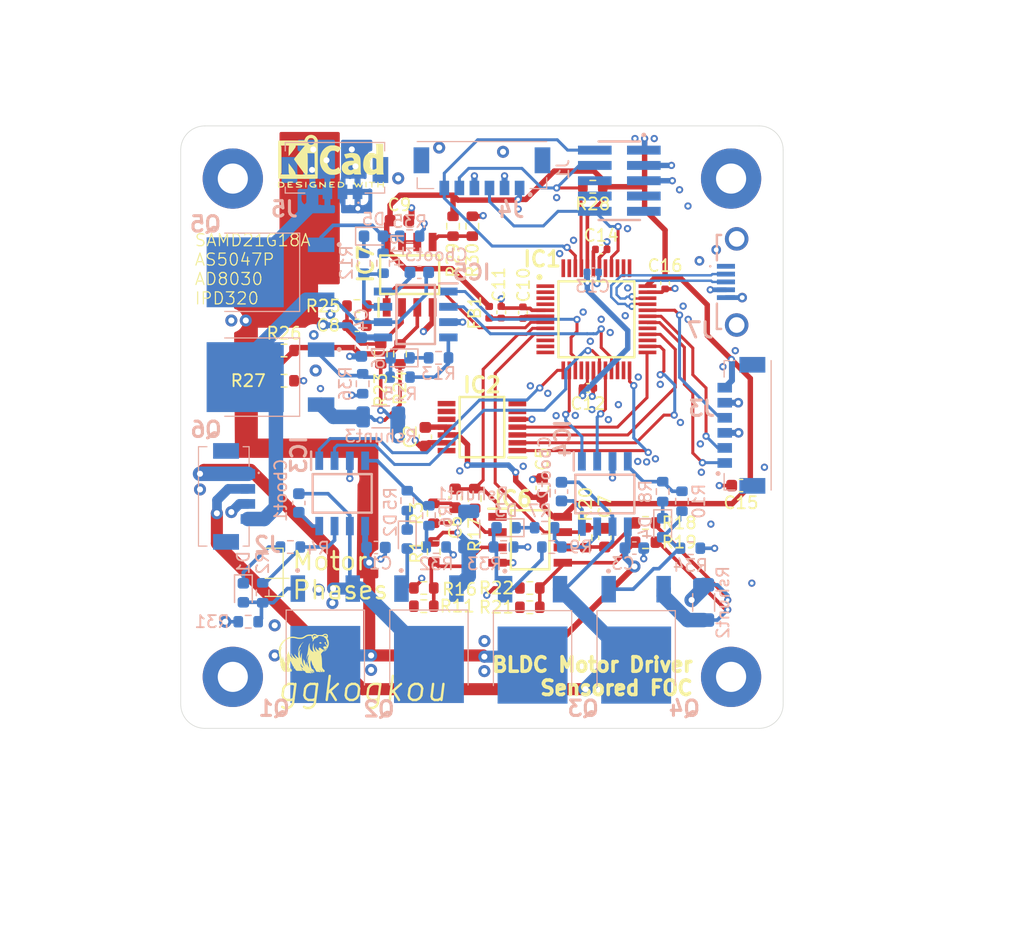
<source format=kicad_pcb>
(kicad_pcb (version 20241229) (generator "pcbnew") (generator_version "9.0")
  (title_block (comment 4 "AISLER Project ID: RLTQLMPL"))
  (layers (0 "F.Cu" signal) (4 "In1.Cu" power "GND-1.Cu") (6 "In2.Cu" power "GND-2.Cu") (2 "B.Cu" signal) (13 "F.Paste" user) (15 "B.Paste" user) (5 "F.SilkS" user "F.Silkscreen") (7 "B.SilkS" user "B.Silkscreen") (1 "F.Mask" user) (3 "B.Mask" user) (25 "Edge.Cuts" user))
  (net 0 "")
  (net 2 "+3V3")
  (net 5 "GND")
  (net 7 "Net-(IC5-BOOT)")
  (net 8 "/Three-Phase Inverter/HALF_BRIDGE_1_OUT")
  (net 9 "Net-(IC5-LVG)")
  (net 10 "Net-(IC5-HVG)")
  (net 11 "VBUS")
  (net 12 "Net-(IC4-BOOT)")
  (net 13 "Net-(IC4-LVG)")
  (net 14 "Net-(IC4-HVG)")
  (net 15 "Net-(IC3-BOOT)")
  (net 16 "Net-(IC3-LVG)")
  (net 17 "Net-(IC3-HVG)")
  (net 18 "Net-(D1-A)")
  (net 19 "Net-(D2-A)")
  (net 20 "Net-(D3-A)")
  (net 21 "Net-(D4-A)")
  (net 22 "Net-(D5-A)")
  (net 23 "Net-(D6-A)")
  (net 25 "/Microcontroller/DBG_LED_RED")
  (net 26 "/Microcontroller/TCC0_WO0")
  (net 28 "/Microcontroller/USB_D-")
  (net 29 "/Microcontroller/TCC0_WO5")
  (net 30 "/Microcontroller/VDDANA")
  (net 31 "/Microcontroller/ADC_VREFA")
  (net 32 "/Microcontroller/SERCOM1_PAD3")
  (net 34 "/Microcontroller/TCC0_WO1")
  (net 35 "/Microcontroller/TCC0_WO6")
  (net 36 "/Microcontroller/XIN")
  (net 37 "/Microcontroller/XOUT32")
  (net 38 "/Microcontroller/SERCOM5_PAD2")
  (net 39 "/Microcontroller/SERCOM1_PAD2")
  (net 40 "/Microcontroller/TCC0_WO4")
  (net 43 "/Microcontroller/TCC0_WO3")
  (net 44 "/Microcontroller/TCC0_WO7")
  (net 45 "/Microcontroller/XIN32")
  (net 46 "/Microcontroller/ENCODER_CSn")
  (net 47 "/Microcontroller/USB_D+")
  (net 49 "/Microcontroller/TCC0_WO2")
  (net 50 "/Microcontroller/SERCOM1_PAD0")
  (net 51 "/Microcontroller/SERCOM1_PAD1")
  (net 52 "/Microcontroller/DRV8316_CSn")
  (net 53 "/Microcontroller/DBG_LED_GREEN")
  (net 61 "/Current Sensing/CSA_2_VOUT")
  (net 62 "Net-(IC6-+IN_1)")
  (net 63 "Net-(IC6--IN_2)")
  (net 64 "/Current Sensing/CSA_1_VOUT")
  (net 65 "Net-(IC6-+IN_2)")
  (net 66 "Net-(IC6--IN_1)")
  (net 67 "Net-(IC7-+IN_2)")
  (net 68 "Net-(IC7-+VOUT_2)")
  (net 69 "Net-(IC7--IN_1)")
  (net 70 "Net-(IC7-+IN_1)")
  (net 71 "/Current Sensing/CSA_3_VOUT")
  (net 72 "/Three-Phase Inverter/HALF_BRIDGE_3_OUT")
  (net 73 "/Three-Phase Inverter/HALF_BRIDGE_2_OUT")
  (net 74 "+5V")
  (net 75 "/Current Sensing/CSA_3_IN+")
  (net 76 "/Current Sensing/CSA_2_IN+")
  (net 77 "/Current Sensing/CSA_1_IN+")
  (net 78 "Net-(D6-K)")
  (net 79 "Net-(D5-K)")
  (net 80 "/Current Sensing/VREF_2")
  (net 81 "/Current Sensing/VREF_3")
  (net 82 "/Current Sensing/VREF_1")
  (net 83 "Net-(D4-K)")
  (net 84 "Net-(D3-K)")
  (net 85 "Net-(D2-K)")
  (net 86 "Net-(D1-K)")
  (net 87 "/Microcontroller/VDDCORE")
  (net 93 "/SWDIO")
  (net 94 "/SWCLK")
  (net 95 "/nRST")
  (net 96 "/USART3_Tx")
  (net 97 "/USART5_Tx")
  (net 98 "/USART3_Rx")
  (footprint "Resistor_SMD:R_0603_1608Metric" (layer "F.Cu") (at 149.2 80.5 180)
    (property "Reference" "R28")
    (property "Value" "1k")
  )
  (footprint "Capacitor_SMD:C_0603_1608Metric" (layer "F.Cu") (at 150.2 109.625 -90)
    (property "Reference" "C7")
    (property "Value" "TBD")
  )
  (footprint "Resistor_SMD:R_0603_1608Metric" (layer "F.Cu") (at 148.6 109.625 -90)
    (property "Reference" "R20")
    (property "Value" "10k")
  )
  (footprint "Capacitor_SMD:C_0603_1608Metric" (layer "F.Cu") (at 129.625 92)
    (property "Reference" "C8")
    (property "Value" "TBD")
  )
  (footprint "Resistor_SMD:R_0603_1608Metric" (layer "F.Cu") (at 123.575 96.6)
    (property "Reference" "R27")
    (property "Value" "10k")
  )
  (footprint "Resistor_SMD:R_0603_1608Metric" (layer "F.Cu") (at 153.575 108.4)
    (property "Reference" "R18")
    (property "Value" "10k")
  )
  (footprint "MountingHole:MountingHole_2.5mm_Pad" (layer "F.Cu") (at 119.32233 121.17767)
    (property "Reference" "REF**" (hide yes))
    (property "Value" "MountingHole_2.5mm_Pad")
  )
  (footprint "Capacitor_SMD:C_0402_1005Metric" (layer "F.Cu") (at 149.9 85.7)
    (property "Reference" "C14")
    (property "Value" "1u")
  )
  (footprint "Capacitor_SMD:C_0603_1608Metric" (layer "F.Cu") (at 161.5 105.3 180)
    (property "Reference" "C15")
    (property "Value" "10u")
  )
  (footprint "bldc-driver-pcb:ATSAMD21G18A-QFP" (layer "F.Cu") (at 149.5 91.5)
    (property "Reference" "IC1")
    (property "Value" "ATSAMD21G18A-AFT" (hide yes))
  )
  (footprint "bldc-driver-pcb:kicad_logo" (layer "F.Cu") (at 127.4 78.4)
    (property "Reference" "G***" (hide yes))
    (property "Value" "LOGO" (hide yes))
  )
  (footprint "Resistor_SMD:R_0603_1608Metric" (layer "F.Cu") (at 139.2 83.775 90)
    (property "Reference" "R30")
    (property "Value" "10k")
  )
  (footprint "bldc-driver-pcb:AS5047P" (layer "F.Cu") (at 140 100.45 180)
    (property "Reference" "IC2")
    (property "Value" "AS5047P-ATSM" (hide yes))
  )
  (footprint "Resistor_SMD:R_0603_1608Metric" (layer "F.Cu") (at 136 107.6 90)
    (property "Reference" "R3")
    (property "Value" "10k")
  )
  (footprint "MountingHole:MountingHole_2.5mm_Pad" (layer "F.Cu") (at 119.32233 79.82233)
    (property "Reference" "REF**" (hide yes))
    (property "Value" "MountingHole_2.5mm_Pad")
  )
  (footprint "MountingHole:MountingHole_2.5mm_Pad" (layer "F.Cu") (at 160.67767 121.17767)
    (property "Reference" "REF**" (hide yes))
    (property "Value" "MountingHole_2.5mm_Pad")
  )
  (footprint "Resistor_SMD:R_0603_1608Metric" (layer "F.Cu") (at 131.6 94.375 90)
    (property "Reference" "R23")
    (property "Value" "10k")
  )
  (footprint "Capacitor_SMD:C_0603_1608Metric" (layer "F.Cu") (at 133.149617 83.309428 180)
    (property "Reference" "C9")
    (property "Value" "0.1u")
  )
  (footprint "Inductor_SMD:L_0402_1005Metric" (layer "F.Cu") (at 140.6 90.92 -90)
    (property "Reference" "FB1")
    (property "Value" "FerriteBead")
  )
  (footprint "Resistor_SMD:R_0603_1608Metric" (layer "F.Cu") (at 129.625 90.4)
    (property "Reference" "R25")
    (property "Value" "10k")
  )
  (footprint "Resistor_SMD:R_0603_1608Metric" (layer "F.Cu") (at 133.2 94.375 -90)
    (property "Reference" "R24")
    (property "Value" "10k")
  )
  (footprint "Capacitor_SMD:C_0402_1005Metric" (layer "F.Cu") (at 148.8 97.2)
    (property "Reference" "C12")
    (property "Value" "0.1u")
  )
  (footprint "Resistor_SMD:R_0603_1608Metric" (layer "F.Cu") (at 135.175 113.8 180)
    (property "Reference" "R16")
    (property "Value" "10k")
  )
  (footprint "Capacitor_SMD:C_0603_1608Metric" (layer "F.Cu") (at 137.78 106.36 90)
    (property "Reference" "C6")
    (property "Value" "TBD")
  )
  (footprint "bldc-driver-pcb:AD8030" (layer "F.Cu") (at 144 109.8)
    (property "Reference" "IC6")
    (property "Value" "AD8030ARZ" (hide yes))
  )
  (footprint "Capacitor_SMD:C_0402_1005Metric" (layer "F.Cu") (at 155.2 88.5 -90)
    (property "Reference" "C16")
    (property "Value" "0.1u")
  )
  (footprint "Resistor_SMD:R_0603_1608Metric" (layer "F.Cu") (at 123.575 94.09)
    (property "Reference" "R26")
    (property "Value" "10k")
  )
  (footprint "Resistor_SMD:R_0603_1608Metric" (layer "F.Cu") (at 143.975 115.4 180)
    (property "Reference" "R21")
    (property "Value" "10k")
  )
  (footprint "Resistor_SMD:R_0603_1608Metric" (layer "F.Cu") (at 136 110.8 90)
    (property "Reference" "R1")
    (property "Value" "10k")
  )
  (footprint "Resistor_SMD:R_0603_1608Metric" (layer "F.Cu") (at 153.575 110 180)
    (property "Reference" "R19")
    (property "Value" "10k")
  )
  (footprint "Resistor_SMD:R_0603_1608Metric" (layer "F.Cu") (at 143.975 113.8)
    (property "Reference" "R22")
    (property "Value" "10k")
  )
  (footprint "bldc-driver-pcb:Bear" (layer "F.Cu") (at 125.2 119.25)
    (property "Reference" "G***" (hide yes))
    (property "Value" "LOGO" (hide yes))
  )
  (footprint "Resistor_SMD:R_0603_1608Metric" (layer "F.Cu") (at 137.6 83.775 -90)
    (property "Reference" "R29")
    (property "Value" "10k")
  )
  (footprint "Capacitor_SMD:C_0402_1005Metric" (layer "F.Cu") (at 143.4 90.95 90)
    (property "Reference" "C10")
    (property "Value" "0.1u")
  )
  (footprint "bldc-driver-pcb:AD8030" (layer "F.Cu") (at 134 87.8 90)
    (property "Reference" "IC7")
    (property "Value" "AD8030ARZ" (hide yes))
  )
  (footprint "Resistor_SMD:R_0603_1608Metric" (layer "F.Cu") (at 135.175 115.31)
    (property "Reference" "R11")
    (property "Value" "10k")
  )
  (footprint "Resistor_SMD:R_0603_1608Metric" (layer "F.Cu") (at 139.4 106.375 90)
    (property "Reference" "R17")
    (property "Value" "10k")
  )
  (footprint "Capacitor_SMD:C_0603_1608Metric" (layer "F.Cu") (at 135.3 101.25 -90)
    (property "Reference" "C2")
    (property "Value" "0.1u")
  )
  (footprint "Capacitor_SMD:C_0603_1608Metric" (layer "F.Cu") (at 145 105.498744 -90)
    (property "Reference" "C5")
    (property "Value" "0.1u")
  )
  (footprint "MountingHole:MountingHole_2.5mm_Pad" (layer "F.Cu") (at 160.67767 79.82233)
    (property "Reference" "REF**" (hide yes))
    (property "Value" "MountingHole_2.5mm_Pad")
  )
  (footprint "Capacitor_SMD:C_0402_1005Metric" (layer "F.Cu") (at 141.6 90.92 90)
    (property "Reference" "C11")
    (property "Value" "10u")
  )
  (footprint "Resistor_SMD:R_0603_1608Metric" (layer "B.Cu") (at 145.8 110.4 180)
    (property "Reference" "R9")
    (property "Value" "TBD")
  )
  (footprint "Diode_SMD:D_0603_1608Metric" (layer "B.Cu") (at 131 84.6)
    (property "Reference" "D5")
    (property "Value" "~")
  )
  (footprint "bldc-driver-pcb:5055670471" (layer "B.Cu") (at 119 106.2 -90)
    (property "Reference" "J2")
    (property "Value" "505567-0471" (hide yes))
  )
  (footprint "bldc-driver-pcb:L6498D" (layer "B.Cu") (at 134.5 91.1 180)
    (property "Reference" "IC5")
    (property "Value" "L6498D" (hide yes))
  )
  (footprint "Capacitor_SMD:C_0402_1005Metric" (layer "B.Cu") (at 149.2 87.6)
    (property "Reference" "C13")
    (property "Value" "0.1u")
  )
  (footprint "Sandbox:BTS3035TFATMA1" (layer "B.Cu") (at 117.15 87.6 -90)
    (property "Reference" "Q5")
    (property "Value" "IPD320N20N3GATMA1" (hide yes))
  )
  (footprint "Capacitor_SMD:C_0603_1608Metric" (layer "B.Cu") (at 146.6 105.8 90)
    (property "Reference" "Cboot2")
    (property "Value" "TBD")
  )
  (footprint "Resistor_SMD:R_0603_1608Metric" (layer "B.Cu") (at 124.1 110.4 180)
    (property "Reference" "R4")
    (property "Value" "TBD")
  )
  (footprint "Resistor_SMD:R_0603_1608Metric" (layer "B.Cu") (at 155 105.8 -90)
    (property "Reference" "R8")
    (property "Value" "TBD")
  )
  (footprint "Resistor_SMD:R_0603_1608Metric" (layer "B.Cu") (at 145.2 108.8 180)
    (property "Reference" "R7")
    (property "Value" "TBD")
  )
  (footprint "Resistor_SMD:R_0603_1608Metric" (layer "B.Cu") (at 136.2 110.4)
    (property "Reference" "R32")
    (property "Value" "10k")
  )
  (footprint "bldc-driver-pcb:5055670471" (layer "B.Cu") (at 127.8 79.35 180)
    (property "Reference" "J5")
    (property "Value" "505567-0471" (hide yes))
  )
  (footprint "Capacitor_SMD:C_0603_1608Metric" (layer "B.Cu") (at 129.997487 93.8 90)
    (property "Reference" "C4")
    (property "Value" "C_Small")
  )
  (footprint "bldc-driver-pcb:L6498D" (layer "B.Cu") (at 128.4 105.95 -90)
    (property "Reference" "IC3")
    (property "Value" "L6498D" (hide yes))
  )
  (footprint "Sandbox:BTS3035TFATMA1" (layer "B.Cu") (at 117.15 96.3 -90)
    (property "Reference" "Q6")
    (property "Value" "IPD320N20N3GATMA1" (hide yes))
  )
  (footprint "Diode_SMD:D_0603_1608Metric" (layer "B.Cu") (at 133.8 109.7375 -90)
    (property "Reference" "D2")
    (property "Value" "~")
  )
  (footprint "Resistor_SMD:R_0603_1608Metric" (layer "B.Cu") (at 136.4 94.7 180)
    (property "Reference" "R13")
    (property "Value" "TBD")
  )
  (footprint "Resistor_SMD:R_1206_3216Metric" (layer "B.Cu") (at 138.903029 108.905786 90)
    (property "Reference" "Rshunt1")
    (property "Value" "100m")
  )
  (footprint "Sandbox:BTS3035TFATMA1" (layer "B.Cu") (at 144.2 123.4)
    (property "Reference" "Q3")
    (property "Value" "IPD320N20N3GATMA1" (hide yes))
  )
  (footprint "Diode_SMD:D_0603_1608Metric" (layer "B.Cu") (at 133.2 94.7 180)
    (property "Reference" "D6")
    (property "Value" "~")
  )
  (footprint "Diode_SMD:D_0603_1608Metric" (layer "B.Cu") (at 120.2 114.2 -90)
    (property "Reference" "D1")
    (property "Value" "~")
  )
  (footprint "Diode_SMD:D_0603_1608Metric" (layer "B.Cu") (at 155 108.8 -90)
    (property "Reference" "D4")
    (property "Value" "~")
  )
  (footprint "Capacitor_SMD:C_0603_1608Metric" (layer "B.Cu") (at 124.8 106.75 90)
    (property "Reference" "Cboot1")
    (property "Value" "TBD")
  )
  (footprint "Resistor_SMD:R_0603_1608Metric" (layer "B.Cu") (at 130.2 86.85 90)
    (property "Reference" "R12")
    (property "Value" "TBD")
  )
  (footprint "Resistor_SMD:R_0603_1608Metric" (layer "B.Cu") (at 156.6 106.6 -90)
    (property "Reference" "R10")
    (property "Value" "TBD")
  )
  (footprint "bldc-driver-pcb:SAMTEC_FTSH-105-XX-X-DV" (layer "B.Cu") (at 151.4 80 -90)
    (property "Reference" "J1")
    (property "Value" "FTSH-105-XX-X-DV")
  )
  (footprint "bldc-driver-pcb:5055670671" (layer "B.Cu") (at 140 79 180)
    (property "Reference" "J4")
    (property "Value" "505567-0671" (hide yes))
  )
  (footprint "Resistor_SMD:R_0603_1608Metric" (layer "B.Cu") (at 135.6 107.8 -90)
    (property "Reference" "R6")
    (property "Value" "TBD")
  )
  (footprint "Capacitor_SMD:C_0603_1608Metric" (layer "B.Cu") (at 134.8 87.6)
    (property "Reference" "Cboot3")
    (property "Value" "TBD")
  )
  (footprint "Resistor_SMD:R_0603_1608Metric" (layer "B.Cu") (at 120.6 116.6 180)
    (property "Reference" "R31")
    (property "Value" "10k")
  )
  (footprint "Diode_SMD:D_0603_1608Metric" (layer "B.Cu") (at 142 108.8 180)
    (property "Reference" "D3")
    (property "Value" "~")
  )
  (footprint "Resistor_SMD:R_0603_1608Metric" (layer "B.Cu") (at 133.2 96.3 180)
    (property "Reference" "R15")
    (property "Value" "TBD")
  )
  (footprint "Resistor_SMD:R_0603_1608Metric" (layer "B.Cu") (at 134 84.6)
    (property "Reference" "R35")
    (property "Value" "10k")
  )
  (footprint "Resistor_SMD:R_0603_1608Metric" (layer "B.Cu") (at 131.8 86.85 90)
    (property "Reference" "R14")
    (property "Value" "TBD")
  )
  (footprint "Capacitor_SMD:C_0603_1608Metric" (layer "B.Cu") (at 152.651227 110.487595 180)
    (property "Reference" "C3")
    (property "Value" "C_Small")
  )
  (footprint "Resistor_SMD:R_0603_1608Metric" (layer "B.Cu") (at 141.8 110.4)
    (property "Reference" "R33")
    (property "Value" "10k")
  )
  (footprint "Sandbox:BTS3035TFATMA1" (layer "B.Cu") (at 135.6 123.35)
    (property "Reference" "Q2")
    (property "Value" "IPD320N20N3GATMA1" (hide yes))
  )
  (footprint "Capacitor_SMD:C_0603_1608Metric" (layer "B.Cu") (at 131.2 110.438518 180)
    (property "Reference" "C1")
    (property "Value" "C_Small")
  )
  (footprint "Resistor_SMD:R_1206_3216Metric" (layer "B.Cu") (at 158.4 115 90)
    (property "Reference" "Rshunt2")
    (property "Value" "100m")
  )
  (footprint "Resistor_SMD:R_0603_1608Metric" (layer "B.Cu") (at 133.8 106.55 -90)
    (property "Reference" "R5")
    (property "Value" "TBD")
  )
  (footprint "Resistor_SMD:R_0603_1608Metric" (layer "B.Cu") (at 121.8 114.2 -90)
    (property "Reference" "R2")
    (property "Value" "TBD")
  )
  (footprint "Resistor_SMD:R_1206_3216Metric" (layer "B.Cu") (at 131.6 99.6)
    (property "Reference" "Rshunt3")
    (property "Value" "100m")
  )
  (footprint "bldc-driver-pcb:5055670671" (layer "B.Cu") (at 161.75 100.3 90)
    (property "Reference" "J3")
    (property "Value" "505567-0671" (hide yes))
  )
  (footprint "Sandbox:BTS3035TFATMA1" (layer "B.Cu") (at 127 123.35)
    (property "Reference" "Q1")
    (property "Value" "IPD320N20N3GATMA1" (hide yes))
  )
  (footprint "bldc-driver-pcb:L6498D" (layer "B.Cu") (at 150.2 106 -90)
    (property "Reference" "IC4")
    (property "Value" "L6498D" (hide yes))
  )
  (footprint "Sandbox:BTS3035TFATMA1" (layer "B.Cu") (at 152.8 123.4)
    (property "Reference" "Q4")
    (property "Value" "IPD320N20N3GATMA1" (hide yes))
  )
  (footprint "bldc-driver-pcb:USB31403001700C" (layer "B.Cu") (at 161.5 88.4 -90)
    (property "Reference" "J7")
    (property "Value" "USB3140-30-0170-1-C" (hide yes))
  )
  (footprint "Resistor_SMD:R_0603_1608Metric" (layer "B.Cu") (at 157.3 110.5)
    (property "Reference" "R34")
    (property "Value" "10k")
  )
  (footprint "Resistor_SMD:R_0603_1608Metric" (layer "B.Cu") (at 130.1 96.85 -90)
    (property "Reference" "R36")
    (property "Value" "10k")
  )
  (gr_line (start 122 110.5) (end 123.5 110.5) (stroke (width 0.1)) (layer "F.SilkS"))
  (gr_line (start 123.5 110.5) (end 123.5 113) (stroke (width 0.1)) (layer "F.SilkS"))
  (gr_line (start 123.5 113) (end 123.5 114.5) (stroke (width 0.1)) (layer "F.SilkS"))
  (gr_line (start 123.5 114.5) (end 122 114.5) (stroke (width 0.1)) (layer "F.SilkS"))
  (gr_line (start 123.5 113) (end 122 113) (stroke (width 0.1)) (layer "F.SilkS"))
  (gr_line (start 123.5 113) (end 124 113) (stroke (width 0.1)) (layer "F.SilkS"))
  (gr_line (start 117 75.45) (end 163 75.45) (stroke (width 0.05)) (layer "Edge.Cuts"))
  (gr_line (start 163 125.45) (end 117 125.45) (stroke (width 0.05)) (layer "Edge.Cuts"))
  (gr_arc (start 163 75.45) (mid 164.414214 76.035786) (end 165 77.45) (stroke (width 0.05)) (layer "Edge.Cuts"))
  (gr_line (start 165 77.45) (end 165 123.45) (stroke (width 0.05)) (layer "Edge.Cuts"))
  (gr_line (start 115 123.45) (end 115 77.45) (stroke (width 0.05)) (layer "Edge.Cuts"))
  (gr_arc (start 117 125.45) (mid 115.585786 124.864214) (end 115 123.45) (stroke (width 0.05)) (layer "Edge.Cuts"))
  (gr_arc (start 115 77.45) (mid 115.585786 76.035786) (end 117 75.45) (stroke (width 0.05)) (layer "Edge.Cuts"))
  (gr_arc (start 165 123.45) (mid 164.414214 124.864214) (end 163 125.45) (stroke (width 0.05)) (layer "Edge.Cuts"))
  (gr_text "Motor\nPhases" (at 124.15 114.85 0) (layer "F.SilkS") (effects (font (size 1.5 1.5) (thickness 0.2) (bold yes)) (justify left bottom)))
  (gr_text "BLDC Motor Driver\nSensored FOC" (at 157.65 122.8 0) (layer "F.SilkS") (effects (font (size 1.2 1.2) (thickness 0.3)) (justify right bottom)))
  (gr_text "ggkogkou" (at 122.9 123.35 0) (layer "F.SilkS") (effects (font (size 2 2) (thickness 0.2) (italic yes)) (justify left bottom)))
  (gr_text "SAMD21G18A\nAS5047P\nAD8030\nIPD320" (at 116.1 90.35 0) (layer "F.SilkS") (effects (font (size 1 1) (thickness 0.1)) (justify left bottom)))
  (segment (start 132.095 83.589045) (end 132.374617 83.309428) (width 0.45) (layer "F.Cu") (net 2))
  (segment (start 143.648626 81.551374) (end 146 79.2) (width 0.45) (layer "F.Cu") (net 2))
  (segment (start 142.8 104.9) (end 144.173744 106.273744) (width 0.45) (layer "F.Cu") (net 2))
  (segment (start 155.2 84.1) (end 153.5 82.4) (width 0.45) (layer "F.Cu") (net 2))
  (segment (start 148.75 82.9) (end 150.025 81.625) (width 0.3) (layer "F.Cu") (net 2))
  (segment (start 132.095 85.088) (end 132.095 83.589045) (width 0.45) (layer "F.Cu") (net 2))
  (segment (start 148.75 87.262) (end 148.75 88.4797) (width 0.3) (layer "F.Cu") (net 2))
  (segment (start 143 81.551374) (end 142.943755 81.607619) (width 0.45) (layer "F.Cu") (net 2))
  (segment (start 145 106.273744) (end 145 107) (width 0.45) (layer "F.Cu") (net 2))
  (segment (start 133.6375 87.3) (end 132.095 85.7575) (width 0.45) (layer "F.Cu") (net 2))
  (segment (start 155.2 88.02) (end 155.2 84.1) (width 0.45) (layer "F.Cu") (net 2))
  (segment (start 138.007619 81.607619) (end 137.6 81.2) (width 0.45) (layer "F.Cu") (net 2))
  (segment (start 146.712 107.895) (end 147.807 106.8) (width 0.45) (layer "F.Cu") (net 2))
  (segment (start 137.465 87.3) (end 133.6375 87.3) (width 0.45) (layer "F.Cu") (net 2))
  (segment (start 148.32 97.2) (end 148.27 97.25) (width 0.5) (layer "F.Cu") (net 2))
  (segment (start 147.807 106.8) (end 156 106.8) (width 0.45) (layer "F.Cu") (net 2))
  (segment (start 138 101.1) (end 138.8 101.9) (width 0.45) (layer "F.Cu") (net 2))
  (segment (start 132.374617 82.025383) (end 132.374617 83.309428) (width 0.45) (layer "F.Cu") (net 2))
  (segment (start 135.325 100.45) (end 135.3 100.475) (width 0.45) (layer "F.Cu") (net 2))
  (segment (start 156 106.8) (end 160.775 106.8) (width 0.45) (layer "F.Cu") (net 2))
  (segment (start 158.7 92.834316) (end 158.7 90.3) (width 0.45) (layer "F.Cu") (net 2))
  (segment (start 137.062 100.45) (end 135.325 100.45) (width 0.45) (layer "F.Cu") (net 2))
  (segment (start 137.062 101.1) (end 137.062 100.45) (width 0.45) (layer "F.Cu") (net 2))
  (segment (start 143 81.551374) (end 143.648626 81.551374) (width 0.45) (layer "F.Cu") (net 2))
  (segment (start 142.943755 81.607619) (end 138.007619 81.607619) (width 0.45) (layer "F.Cu") (net 2))
  (segment (start 160.7 94.834316) (end 158.7 92.834316) (width 0.45) (layer "F.Cu") (net 2))
  (segment (start 160.775 106.8) (end 162.275 105.3) (width 0.45) (layer "F.Cu") (net 2))
  (segment (start 145.895 107.895) (end 146.712 107.895) (width 0.45) (layer "F.Cu") (net 2))
  (segment (start 137.6 82.95) (end 137.6 81.2) (width 0.45) (layer "F.Cu") (net 2))
  (segment (start 148.75 96.77) (end 148.32 97.2) (width 0.25) (layer "F.Cu") (net 2))
  (segment (start 154.392 88.02) (end 153.738 88.674) (width 0.45) (layer "F.Cu") (net 2))
  (segment (start 133.2 81.2) (end 132.374617 82.025383) (width 0.45) (layer "F.Cu") (net 2))
  (segment (start 137.062 101.1) (end 138 101.1) (width 0.45) (layer "F.Cu") (net 2))
  (segment (start 150.025 80.5) (end 153.5 80.5) (width 0.45) (layer "F.Cu") (net 2))
  (segment (start 153.5 80.5) (end 153.5 76.5) (width 0.45) (layer "F.Cu") (net 2))
  (segment (start 148.75 88.4797) (end 148.747085 88.482615) (width 0.3) (layer "F.Cu") (net 2))
  (segment (start 148.75 95.738) (end 148.75 96.77) (width 0.25) (layer "F.Cu") (net 2))
  (segment (start 149.3 79.2) (end 150.025 79.925) (width 0.45) (layer "F.Cu") (net 2))
  (segment (start 150.025 79.925) (end 150.025 80.5) (width 0.45) (layer "F.Cu") (net 2))
  (segment (start 140.6 90.435) (end 137.465 87.3) (width 0.45) (layer "F.Cu") (net 2))
  (segment (start 162.275 96.409316) (end 160.7 94.834316) (width 0.45) (layer "F.Cu") (net 2))
  (segment (start 150.025 81.625) (end 150.025 80.5) (width 0.3) (layer "F.Cu") (net 2))
  (segment (start 148.75 87.262) (end 148.75 82.9) (width 0.3) (layer "F.Cu") (net 2))
  (segment (start 145 107) (end 145.895 107.895) (width 0.45) (layer "F.Cu") (net 2))
  (segment (start 144.173744 106.273744) (end 145 106.273744) (width 0.45) (layer "F.Cu") (net 2))
  (segment (start 155.2 88.02) (end 154.392 88.02) (width 0.45) (layer "F.Cu") (net 2))
  (segment (start 156.42 88.02) (end 155.2 88.02) (width 0.45) (layer "F.Cu") (net 2))
  (segment (start 132.095 85.7575) (end 132.095 85.088) (width 0.45) (layer "F.Cu") (net 2))
  (segment (start 162.275 105.3) (end 162.275 96.409316) (width 0.45) (layer "F.Cu") (net 2))
  (segment (start 148.27 97.750803) (end 148.35276 97.833563) (width 0.5) (layer "F.Cu") (net 2))
  (segment (start 142.8 104.2) (end 142.8 104.9) (width 0.45) (layer "F.Cu") (net 2))
  (segment (start 138.8 101.9) (end 138.8 103.6) (width 0.45) (layer "F.Cu") (net 2))
  (segment (start 158.7 90.3) (end 156.42 88.02) (width 0.45) (layer "F.Cu") (net 2))
  (segment (start 137.6 81.2) (end 133.2 81.2) (width 0.45) (layer "F.Cu") (net 2))
  (segment (start 153.5 82.4) (end 153.5 80.5) (width 0.45) (layer "F.Cu") (net 2))
  (segment (start 146 79.2) (end 149.3 79.2) (width 0.45) (layer "F.Cu") (net 2))
  (segment (start 148.27 97.25) (end 148.27 97.750803) (width 0.5) (layer "F.Cu") (net 2))
  (via (at 148.35276 97.833563) (size 0.6) (drill 0.3) (layers "F.Cu" "B.Cu") (net 2))
  (via (at 138.8 103.6) (size 0.6) (drill 0.3) (layers "F.Cu" "B.Cu") (net 2))
  (via (at 143 81.551374) (size 0.6) (drill 0.3) (layers "F.Cu" "B.Cu") (net 2))
  (via (at 153.5 76.5) (size 0.6) (drill 0.3) (layers "F.Cu" "B.Cu") (net 2))
  (via (at 148.747085 88.482615) (size 0.6) (drill 0.3) (layers "F.Cu" "B.Cu") (net 2))
  (via (at 142.8 104.2) (size 0.6) (drill 0.3) (layers "F.Cu" "B.Cu") (net 2))
  (via (at 160.7 94.834316) (size 0.6) (drill 0.3) (layers "F.Cu" "B.Cu") (net 2))
  (segment (start 148.72 88.45553) (end 148.747085 88.482615) (width 0.5) (layer "B.Cu") (net 2))
  (segment (start 152.1 93.92328) (end 152.1 92.436258) (width 0.45) (layer "B.Cu") (net 2))
  (segment (start 148.35276 97.67052) (end 152.1 93.92328) (width 0.45) (layer "B.Cu") (net 2))
  (segment (start 160.15 97.175) (end 160.75 96.575) (width 0.5) (layer "B.Cu") (net 2))
  (segment (start 138.8 103.6) (end 142.2 103.6) (width 0.45) (layer "B.Cu") (net 2))
  (segment (start 160.75 96.575) (end 160.75 94.884316) (width 0.5) (layer "B.Cu") (net 2))
  (segment (start 153.5 76.5) (end 153.5 77.395) (width 0.45) (layer "B.Cu") (net 2))
  (segment (start 153.5 77.395) (end 153.435 77.46) (width 0.45) (layer "B.Cu") (net 2))
  (segment (start 148.35276 97.833563) (end 148.35276 97.67052) (width 0.45) (layer "B.Cu") (net 2))
  (segment (start 152.1 92.436258) (end 148.747085 89.083343) (width 0.45) (layer "B.Cu") (net 2))
  (segment (start 148.72 87.6) (end 148.72 88.45553) (width 0.5) (layer "B.Cu") (net 2))
  (segment (start 148.747085 89.083343) (end 148.747085 88.482615) (width 0.45) (layer "B.Cu") (net 2))
  (segment (start 160.75 94.884316) (end 160.7 94.834316) (width 0.5) (layer "B.Cu") (net 2))
  (segment (start 143.125 81.426374) (end 143.125 80.6) (width 0.4) (layer "B.Cu") (net 2))
  (segment (start 143 81.551374) (end 143.125 81.426374) (width 0.4) (layer "B.Cu") (net 2))
  (segment (start 142.2 103.6) (end 142.8 104.2) (width 0.45) (layer "B.Cu") (net 2))
  (segment (start 141 113.8) (end 140.4 114.4) (width 0.3) (layer "F.Cu") (net 5))
  (segment (start 144.2 104.8) (end 144.276256 104.723744) (width 0.5) (layer "F.Cu") (net 5))
  (segment (start 136.025003 108.399997) (end 136 108.425) (width 0.3) (layer "F.Cu") (net 5))
  (segment (start 143.6 90.52) (end 143.45 90.52) (width 0.3) (layer "F.Cu") (net 5))
  (segment (start 149.27 97.2) (end 149.28 97.2) (width 0.3) (layer "F.Cu") (net 5))
  (segment (start 135.905 91.757356) (end 135.147323 92.515033) (width 0.5) (layer "F.Cu") (net 5))
  (segment (start 142.938 99.8) (end 144.15 99.8) (width 0.3) (layer "F.Cu") (net 5))
  (segment (start 141.73 90.57) (end 141.6 90.44) (width 0.3) (layer "F.Cu") (net 5))
  (segment (start 124.4 96.6) (end 125.2 96.6) (width 0.45) (layer "F.Cu") (net 5))
  (segment (start 143.68 90.6) (end 143.6 90.52) (width 0.3) (layer "F.Cu") (net 5))
  (segment (start 149.75 86.37826) (end 150.38 85.74826) (width 0.3) (layer "F.Cu") (net 5))
  (segment (start 155.794288 88.98) (end 155.2 88.98) (width 0.3) (layer "F.Cu") (net 5))
  (segment (start 140.05 82.95) (end 140.1 82.9) (width 0.4) (layer "F.Cu") (net 5))
  (segment (start 131.600029 99.066839) (end 131.6 99.06681) (width 0.3) (layer "F.Cu") (net 5))
  (segment (start 149.25 97.18) (end 149.27 97.2) (width 0.3) (layer "F.Cu") (net 5))
  (segment (start 134.470185 101.549748) (end 134.470185 101.606473) (width 0.45) (layer "F.Cu") (net 5))
  (segment (start 143.45 90.52) (end 143.4 90.47) (width 0.3) (layer "F.Cu") (net 5))
  (segment (start 156.021646 88.9407) (end 155.833588 88.9407) (width 0.3) (layer "F.Cu") (net 5))
  (segment (start 135.575 101.75) (end 135.3 102.025) (width 0.45) (layer "F.Cu") (net 5))
  (segment (start 149.28 97.2) (end 149.23 97.25) (width 0.3) (layer "F.Cu") (net 5))
  (segment (start 153.738 89.25) (end 154.93 89.25) (width 0.3) (layer "F.Cu") (net 5))
  (segment (start 155.833588 88.9407) (end 155.794288 88.98) (width 0.3) (layer "F.Cu") (net 5))
  (segment (start 135 113.15) (end 134.35 113.8) (width 0.3) (layer "F.Cu") (net 5))
  (segment (start 141.6 89.8) (end 141.6 90.44) (width 0.3) (layer "F.Cu") (net 5))
  (segment (start 133.924617 83.309428) (end 134.158949 83.075096) (width 0.5) (layer "F.Cu") (net 5))
  (segment (start 143.4 90.52) (end 143.35 90.57) (width 0.3) (layer "F.Cu") (net 5))
  (segment (start 142.57 111.705) (end 141.288 111.705) (width 0.5) (layer "F.Cu") (net 5))
  (segment (start 134.888712 102.025) (end 135.3 102.025) (width 0.45) (layer "F.Cu") (net 5))
  (segment (start 149.75 87.262) (end 149.75 86.37826) (width 0.3) (layer "F.Cu") (net 5))
  (segment (start 160.4 114.799997) (end 160.4 114.6) (width 0.3) (layer "F.Cu") (net 5))
  (segment (start 154.93 89.25) (end 155.2 88.98) (width 0.3) (layer "F.Cu") (net 5))
  (segment (start 143.35 90.57) (end 141.73 90.57) (width 0.3) (layer "F.Cu") (net 5))
  (segment (start 143.15 113.8) (end 141 113.8) (width 0.3) (layer "F.Cu") (net 5))
  (segment (start 154.4 108.6) (end 154.4 108.4) (width 0.3) (layer "F.Cu") (net 5))
  (segment (start 160.4 114.6) (end 154.4 108.6) (width 0.3) (layer "F.Cu") (net 5))
  (segment (start 138 108.399997) (end 136.025003 108.399997) (width 0.3) (layer "F.Cu") (net 5))
  (segment (start 149.23 97.82) (end 149.15 97.9) (width 0.3) (layer "F.Cu") (net 5))
  (segment (start 144.15 90.75) (end 144 90.6) (width 0.3) (layer "F.Cu") (net 5))
  (segment (start 144.276256 104.723744) (end 145 104.723744) (width 0.5) (layer "F.Cu") (net 5))
  (segment (start 145.262 90.75) (end 144.15 90.75) (width 0.3) (layer "F.Cu") (net 5))
  (segment (start 149.23 97.25) (end 149.23 97.82) (width 0.3) (layer "F.Cu") (net 5))
  (segment (start 143.4 90.47) (end 143.4 90.52) (width 0.3) (layer "F.Cu") (net 5))
  (segment (start 150.38 85.067592) (end 150.38 85.7) (width 0.3) (layer "F.Cu") (net 5))
  (segment (start 131.6 99.06681) (end 131.6 95.2) (width 0.3) (layer "F.Cu") (net 5))
  (segment (start 149.25 95.738) (end 149.25 97.18) (width 0.3) (layer "F.Cu") (net 5))
  (segment (start 137.062 101.75) (end 135.575 101.75) (width 0.45) (layer "F.Cu") (net 5))
  (segment (start 134.158949 83.075096) (end 134.158949 82.252983) (width 0.5) (layer "F.Cu") (net 5))
  (segment (start 139.2 82.95) (end 140.05 82.95) (width 0.4) (layer "F.Cu") (net 5))
  (segment (start 134.470185 101.606473) (end 134.888712 102.025) (width 0.45) (layer "F.Cu") (net 5))
  (segment (start 144 90.6) (end 143.68 90.6) (width 0.3) (layer "F.Cu") (net 5))
  (segment (start 135.905 90.512) (end 135.905 91.757356) (width 0.5) (layer "F.Cu") (net 5))
  (segment (start 135 113) (end 135 113.15) (width 0.3) (layer "F.Cu") (net 5))
  (segment (start 150.38 85.74826) (end 150.38 85.7) (width 0.3) (layer "F.Cu") (net 5))
  (segment (start 159.7 105.3) (end 160.725 105.3) (width 0.3) (layer "F.Cu") (net 5))
  (via (at 156.021646 88.9407) (size 0.6) (drill 0.3) (layers "F.Cu" "B.Cu") (net 5))
  (via (at 157.1 82.1) (size 0.6) (drill 0.3) (layers "F.Cu" "B.Cu") (net 5))
  (via (at 141.75 77.6) (size 1) (drill 0.5) (layers "F.Cu" "B.Cu") (net 5))
  (via (at 159 108.5) (size 0.6) (drill 0.3) (layers "F.Cu" "B.Cu") (net 5))
  (via (at 126.6 97.25) (size 0.6) (drill 0.3) (layers "F.Cu" "B.Cu") (net 5))
  (via (at 129.025 94.575) (size 0.6) (drill 0.3) (layers "F.Cu" "B.Cu") (net 5))
  (via (at 153.66848 103.339117) (size 0.6) (drill 0.3) (layers "F.Cu" "B.Cu") (net 5))
  (via (at 150.493721 99.825) (size 0.6) (drill 0.3) (layers "F.Cu" "B.Cu") (net 5))
  (via (at 138 108.399997) (size 0.6) (drill 0.3) (layers "F.Cu" "B.Cu") (net 5))
  (via (at 122.8 119.4) (size 1) (drill 0.5) (layers "F.Cu" "B.Cu") (net 5))
  (via (at 133 101.2) (size 1) (drill 0.5) (layers "F.Cu" "B.Cu") (net 5))
  (via (at 146.156175 99.499229) (size 0.6) (drill 0.3) (layers "F.Cu" "B.Cu") (net 5))
  (via (at 144.019373 97.025) (size 0.6) (drill 0.3) (layers "F.Cu" "B.Cu") (net 5))
  (via (at 149.545205 88.537477) (size 0.6) (drill 0.3) (layers "F.Cu" "B.Cu") (net 5))
  (via (at 129.5 78.8) (size 1) (drill 0.5) (layers "F.Cu" "B.Cu") (net 5))
  (via (at 127.586929 115.048344) (size 1) (drill 0.5) (layers "F.Cu" "B.Cu") (net 5))
  (via (at 146.448771 86.047919) (size 0.6) (drill 0.3) (layers "F.Cu" "B.Cu") (net 5))
  (via (at 133.05 79.8) (size 1) (drill 0.5) (layers "F.Cu" "B.Cu") (net 5))
  (via (at 147.601 84.943493) (size 0.6) (drill 0.3) (layers "F.Cu" "B.Cu") (net 5))
  (via (at 155.73 78.73) (size 0.6) (drill 0.3) (layers "F.Cu" "B.Cu") (net 5))
  (via (at 162.4 113.4) (size 0.6) (drill 0.3) (layers "F.Cu" "B.Cu") (net 5))
  (via (at 156.473239 100.062883) (size 0.6) (drill 0.3) (layers "F.Cu" "B.Cu") (net 5))
  (via (at 138.159998 104.080002) (size 0.6) (drill 0.3) (layers "F.Cu" "B.Cu") (net 5))
  (via (at 160.4 114.799997) (size 0.6) (drill 0.3) (layers "F.Cu" "B.Cu") (net 5))
  (via (at 161.275 98.425) (size 0.8) (drill 0.4) (layers "F.Cu" "B.Cu") (net 5))
  (via (at 152.1 88.9) (size 0.6) (drill 0.3) (layers "F.Cu" "B.Cu") (net 5))
  (via (at 129.2 97.8) (size 0.6) (drill 0.3) (layers "F.Cu" "B.Cu") (net 5))
  (via (at 140.2 120.7) (size 1) (drill 0.5) (layers "F.Cu" "B.Cu") (net 5))
  (via (at 126.2 95.75) (size 1) (drill 0.5) (layers "F.Cu" "B.Cu") (net 5))
  (via (at 122.8 116.9) (size 1) (drill 0.5) (layers "F.Cu" "B.Cu") (net 5))
  (via (at 150.835 104.665) (size 0.6) (drill 0.3) (layers "F.Cu" "B.Cu") (net 5))
  (via (at 134.158949 82.252983) (size 0.6) (drill 0.3) (layers "F.Cu" "B.Cu") (net 5))
  (via (at 126.453534 113.942036) (size 1) (drill 0.5) (layers "F.Cu" "B.Cu") (net 5))
  (via (at 161.3 100.925) (size 0.8) (drill 0.4) (layers "F.Cu" "B.Cu") (net 5))
  (via (at 143.007047 82.351345) (size 0.6) (drill 0.3) (layers "F.Cu" "B.Cu") (net 5))
  (via (at 157.4 114.8) (size 1) (drill 0.5) (layers "F.Cu" "B.Cu") (net 5))
  (via (at 140.4 114.4) (size 0.6) (drill 0.3) (layers "F.Cu" "B.Cu") (net 5))
  (via (at 151.325089 98.581051) (size 0.6) (drill 0.3) (layers "F.Cu" "B.Cu") (net 5))
  (via (at 159.44392 85.730852) (size 0.8) (drill 0.4) (layers "F.Cu" "B.Cu") (net 5))
  (via (at 144.15 99.8) (size 0.6) (drill 0.3) (layers "F.Cu" "B.Cu") (net 5))
  (via (at 160 95.438177) (size 0.6) (drill 0.3) (layers "F.Cu" "B.Cu") (net 5))
  (via (at 148.994029 93.323884) (size 0.6) (drill 0.3) (layers "F.Cu" "B.Cu") (net 5))
  (via (at 144.2 104.8) (size 0.6) (drill 0.3) (layers "F.Cu" "B.Cu") (net 5))
  (via (at 147.746033 99.479603) (size 0.6) (drill 0.3) (layers "F.Cu" "B.Cu") (net 5))
  (via (at 143.424697 103.700242) (size 0.6) (drill 0.3) (layers "F.Cu" "B.Cu") (net 5))
  (via (at 161.02749 94.104416) (size 0.6) (drill 0.3) (layers "F.Cu" "B.Cu") (net 5))
  (via (at 146.2 81.400003) (size 0.6) (drill 0.3) (layers "F.Cu" "B.Cu") (net 5))
  (via (at 149.15 97.9) (size 0.6) (drill 0.3) (layers "F.Cu" "B.Cu") (net 5))
  (via (at 135.2 83.55) (size 0.6) (drill 0.3) (layers "F.Cu" "B.Cu") (net 5))
  (via (at 157.115544 91.507772) (size 0.6) (drill 0.3) (layers "F.Cu" "B.Cu") (net 5))
  (via (at 125.2 96.6) (size 0.6) (drill 0.3) (layers "F.Cu" "B.Cu") (net 5))
  (via (at 130.8 120.600003) (size 1) (drill 0.5) (layers "F.Cu" "B.Cu") (net 5))
  (via (at 159.307479 110.507479) (size 0.6) (drill 0.3) (layers "F.Cu" "B.Cu") (net 5))
  (via (at 151.891852 91.20139) (size 0.6) (drill 0.3) (layers "F.Cu" "B.Cu") (net 5))
  (via (at 145.465643 97.643762) (size 0.6) (drill 0.3) (layers "F.Cu" "B.Cu") (net 5))
  (via (at 140.1 82.9) (size 0.6) (drill 0.3) (layers "F.Cu" "B.Cu") (net 5))
  (via (at 158.049997 86.65) (size 0.8) (drill 0.4) (layers "F.Cu" "B.Cu") (net 5))
  (via (at 127.435635 91.079999) (size 0.8) (drill 0.4) (layers "F.Cu" "B.Cu") (net 5))
  (via (at 131.6 111.4) (size 0.6) (drill 0.3) (layers "F.Cu" "B.Cu") (net 5))
  (via (at 138.4 91.735) (size 0.6) (drill 0.3) (layers "F.Cu" "B.Cu") (net 5))
  (via (at 140.208643 118.204928) (size 1) (drill 0.5) (layers "F.Cu" "B.Cu") (net 5))
  (via (at 135 113) (size 0.6) (drill 0.3) (layers "F.Cu" "B.Cu") (net 5))
  (via (at 158.211655 104.195109) (size 0.6) (drill 0.3) (layers "F.Cu" "B.Cu") (net 5))
  (via (at 148.4 90.9) (size 0.6) (drill 0.3) (layers "F.Cu" "B.Cu") (net 5))
  (via (at 161.6 89.7) (size 0.8) (drill 0.4) (layers "F.Cu" "B.Cu") (net 5))
  (via (at 150.642784 92.597113) (size 0.6) (drill 0.3) (layers "F.Cu" "B.Cu") (net 5))
  (via (at 142.57 111.705) (size 0.6) (drill 0.3) (layers "F.Cu" "B.Cu") (net 5))
  (via (at 150.38 85.067592) (size 0.6) (drill 0.3) (layers "F.Cu" "B.Cu") (net 5))
  (via (at 152.699997 76.5) (size 0.6) (drill 0.3) (layers "F.Cu" "B.Cu") (net 5))
  (via (at 143.8 110.4) (size 0.6) (drill 0.3) (layers "F.Cu" "B.Cu") (net 5))
  (via (at 154.8 96.900003) (size 0.6) (drill 0.3) (layers "F.Cu" "B.Cu") (net 5))
  (via (at 129.2 77.4) (size 1) (drill 0.5) (layers "F.Cu" "B.Cu") (net 5))
  (via (at 152.080952 83.973545) (size 0.6) (drill 0.3) (layers "F.Cu" "B.Cu") (net 5))
  (via (at 141.875 79.6) (size 0.6) (drill 0.3) (layers "F.Cu" "B.Cu") (net 5))
  (via (at 116.6 105.623) (size 1) (drill 0.5) (layers "F.Cu" "B.Cu") (net 5))
  (via (at 141.6 89.8) (size 0.6) (drill 0.3) (layers "F.Cu" "B.Cu") (net 5))
  (via (at 163.446033 103.779603) (size 0.6) (drill 0.3) (layers "F.Cu" "B.Cu") (net 5))
  (via (at 158.95 89.05) (size 0.6) (drill 0.3) (layers "F.Cu" "B.Cu") (net 5))
  (via (at 129.7 82.3) (size 0.8) (drill 0.4) (layers "F.Cu" "B.Cu") (net 5))
  (via (at 155.8 80) (size 0.6) (drill 0.3) (layers "F.Cu" "B.Cu") (net 5))
  (via (at 135.147323 92.515033) (size 0.6) (drill 0.3) (layers "F.Cu" "B.Cu") (net 5))
  (via (at 137.624771 111.053058) (size 0.6) (drill 0.3) (layers "F.Cu" "B.Cu") (net 5))
  (via (at 136.45 77.25) (size 1) (drill 0.5) (layers "F.Cu" "B.Cu") (net 5))
  (via (at 152.975 96.293335) (size 0.6) (drill 0.3) (layers "F.Cu" "B.Cu") (net 5))
  (via (at 118.7 116.6) (size 1) (drill 0.5) (layers "F.Cu" "B.Cu") (net 5))
  (via (at 134.470185 101.549748) (size 0.6) (drill 0.3) (layers "F.Cu" "B.Cu") (net 5))
  (via (at 119.2 107.5) (size 1) (drill 0.5) (layers "F.Cu" "B.Cu") (net 5))
  (via (at 139.375 79.6) (size 0.6) (drill 0.3) (layers "F.Cu" "B.Cu") (net 5))
  (via (at 156.4 80.75) (size 0.6) (drill 0.3) (layers "F.Cu" "B.Cu") (net 5))
  (via (at 149.134456 98.992228) (size 0.6) (drill 0.3) (layers "F.Cu" "B.Cu") (net 5))
  (via (at 153.426227 111.373773) (size 0.6) (drill 0.3) (layers "F.Cu" "B.Cu") (net 5))
  (via (at 119.199997 91.6) (size 1) (drill 0.5) (layers "F.Cu" "B.Cu") (net 5))
  (via (at 149.9 91.499997) (size 0.6) (drill 0.3) (layers "F.Cu" "B.Cu") (net 5))
  (via (at 154.300003 76.5) (size 0.6) (drill 0.3) (layers "F.Cu" "B.Cu") (net 5))
  (via (at 126.044278 92.799914) (size 0.8) (drill 0.4) (layers "F.Cu" "B.Cu") (net 5))
  (via (at 158.125 101.843721) (size 0.6) (drill 0.3) (layers "F.Cu" "B.Cu") (net 5))
  (via (at 154.397929 103.081493) (size 0.6) (drill 0.3) (layers "F.Cu" "B.Cu") (net 5))
  (via (at 159.7 105.3) (size 0.6) (drill 0.3) (layers "F.Cu" "B.Cu") (net 5))
  (via (at 156.697113 90.407216) (size 0.6) (drill 0.3) (layers "F.Cu" "B.Cu") (net 5))
  (via (at 129.035 104.715) (size 0.6) (drill 0.3) (layers "F.Cu" "B.Cu") (net 5))
  (via (at 131.600029 99.066839) (size 0.6) (drill 0.3) (layers "F.Cu" "B.Cu") (net 5))
  (via (at 152.930002 103.3) (size 0.6) (drill 0.3) (layers "F.Cu" "B.Cu") (net 5))
  (segment (start 133 99.6625) (end 133.0625 99.6) (width 1.2) (layer "B.Cu") (net 5))
  (segment (start 142.625 110.4) (end 143.8 110.4) (width 0.3) (layer "B.Cu") (net 5))
  (segment (start 132.4 99.6) (end 133.0625 99.6) (width 0.3) (layer "B.Cu") (net 5))
  (segment (start 118.7 116.6) (end 119.775 116.6) (width 0.3) (layer "B.Cu") (net 5))
  (segment (start 119.875 106.825) (end 120.575 106.825) (width 0.8) (layer "B.Cu") (net 5))
  (segment (start 129.225 97.825) (end 129.95 97.825) (width 0.3) (layer "B.Cu") (net 5))
  (segment (start 134.825 84.375) (end 134.825 84.6) (width 0.3) (layer "B.Cu") (net 5))
  (segment (start 158.132479 110.507479) (end 158.125 110.5) (width 0.3) (layer "B.Cu") (net 5))
  (segment (start 129.025 94.575) (end 129.997487 94.575) (width 0.5) (layer "B.Cu") (net 5))
  (segment (start 158.4 113.5375) (end 158.4 113.8) (width 1.2) (layer "B.Cu") (net 5))
  (segment (start 131.867362 99.067362) (end 132.4 99.6) (width 0.3) (layer "B.Cu") (net 5))
  (segment (start 139.375 79.6) (end 139.375 80.6) (width 0.5) (layer "B.Cu") (net 5))
  (segment (start 159.307479 110.507479) (end 158.132479 110.507479) (width 0.3) (layer "B.Cu") (net 5))
  (segment (start 149.68 88.402682) (end 149.545205 88.537477) (width 0.3) (layer "B.Cu") (net 5))
  (segment (start 160.4 114.799997) (end 160.4 114.4) (width 0.3) (layer "B.Cu") (net 5))
  (segment (start 158.4 113.8) (end 157.4 114.8) (width 1.2) (layer "B.Cu") (net 5))
  (segment (start 131.600029 99.066839) (end 131.600552 99.067362) (width 0.3) (layer "B.Cu") (net 5))
  (segment (start 141.875 79.6) (end 141.875 80.6) (width 0.5) (layer "B.Cu") (net 5))
  (segment (start 137.025 110.453287) (end 137.025 110.4) (width 0.3) (layer "B.Cu") (net 5))
  (segment (start 133 101.2) (end 133 99.6625) (width 1.2) (layer "B.Cu") (net 5))
  (segment (start 155.73 78.73) (end 153.435 78.73) (width 0.45) (layer "B.Cu") (net 5))
  (segment (start 135.2 84) (end 134.825 84.375) (width 0.3) (layer "B.Cu") (net 5))
  (segment (start 138.903029 107.443286) (end 138.903029 107.496968) (width 0.5) (layer "B.Cu") (net 5))
  (segment (start 153.426227 111.373773) (end 153.426227 110.487595) (width 0.3) (layer "B.Cu") (net 5))
  (segment (start 138.4 91.735) (end 137.212 91.735) (width 0.5) (layer "B.Cu") (net 5))
  (segment (start 138.903029 107.496968) (end 138 108.399997) (width 0.5) (layer "B.Cu") (net 5))
  (segment (start 131.975 110.438518) (end 131.975 111.025) (width 0.3) (layer "B.Cu") (net 5))
  (segment (start 159.5375 113.5375) (end 158.4 113.5375) (width 0.3) (layer "B.Cu") (net 5))
  (segment (start 160.4 114.4) (end 159.5375 113.5375) (width 0.3) (layer "B.Cu") (net 5))
  (segment (start 161.3 100.925) (end 160.15 100.925) (width 0.5) (layer "B.Cu") (net 5))
  (segment (start 135.2 83.55) (end 135.2 84) (width 0.3) (layer "B.Cu") (net 5))
  (segment (start 131.600552 99.067362) (end 131.867362 99.067362) (width 0.3) (layer "B.Cu") (net 5))
  (segment (start 129.035 104.715) (end 129.035 103.238) (width 0.45) (layer "B.Cu") (net 5))
  (segment (start 153.435 80) (end 155.8 80) (width 0.45) (layer "B.Cu") (net 5))
  (segment (start 150.835 104.665) (end 150.835 103.288) (width 0.5) (layer "B.Cu") (net 5))
  (segment (start 129.95 97.825) (end 130.1 97.675) (width 0.3) (layer "B.Cu") (net 5))
  (segment (start 161.6 89.7) (end 160.25 89.7) (width 0.4) (layer "B.Cu") (net 5))
  (segment (start 129.2 97.8) (end 129.225 97.825) (width 0.3) (layer "B.Cu") (net 5))
  (segment (start 119.2 107.5) (end 119.875 106.825) (width 0.8) (layer "B.Cu") (net 5))
  (segment (start 137.624771 111.053058) (end 137.025 110.453287) (width 0.3) (layer "B.Cu") (net 5))
  (segment (start 158.95 89.05) (end 160.25 89.05) (width 0.4) (layer "B.Cu") (net 5))
  (segment (start 161.275 98.425) (end 160.15 98.425) (width 0.5) (layer "B.Cu") (net 5))
  (segment (start 149.68 87.6) (end 149.68 88.402682) (width 0.3) (layer "B.Cu") (net 5))
  (segment (start 131.975 111.025) (end 131.6 111.4) (width 0.3) (layer "B.Cu") (net 5))
  (segment (start 119.8 116.625) (end 119.775 116.6) (width 0.3) (layer "B.Cu") (net 5))
  (segment (start 131.788 89.195) (end 132.905 89.195) (width 0.3) (layer "B.Cu") (net 7))
  (segment (start 132.905 89.195) (end 134.025 88.075) (width 0.3) (layer "B.Cu") (net 7))
  (segment (start 134.025 88.075) (end 134.025 87.6) (width 0.3) (layer "B.Cu") (net 7))
  (segment (start 120.8 104) (end 116.923 104) (width 1) (layer "F.Cu") (net 8))
  (segment (start 127.65 110.85) (end 120.8 104) (width 1) (layer "F.Cu") (net 8))
  (segment (start 127.65 113.85) (end 127.65 110.85) (width 1) (layer "F.Cu") (net 8))
  (segment (start 116.923 104) (end 116.6 104.323) (width 1) (layer "F.Cu") (net 8))
  (via (at 127.65 113.85) (size 1) (drill 0.5) (layers "F.Cu" "B.Cu") (net 8))
  (via (at 116.6 104.323) (size 1) (drill 0.5) (layers "F.Cu" "B.Cu") (net 8))
  (segment (start 135.6 119.57) (end 129.88 113.85) (width 1.2) (layer "B.Cu") (net 8))
  (segment (start 129.88 113.85) (end 129.28 113.85) (width 1.2) (layer "B.Cu") (net 8))
  (segment (start 129.035 113.605) (end 129.28 113.85) (width 0.3) (layer "B.Cu") (net 8))
  (segment (start 135.6 120.15) (end 135.6 119.57) (width 1.2) (layer "B.Cu") (net 8))
  (segment (start 127.65 113.85) (end 129.28 113.85) (width 1) (layer "B.Cu") (net 8))
  (segment (start 127.225 105.975) (end 129.035 107.785) (width 0.3) (layer "B.Cu") (net 8))
  (segment (start 116.6 104.323) (end 120.573 104.323) (width 1.2) (layer "B.Cu") (net 8))
  (segment (start 124.8 105.975) (end 127.225 105.975) (width 0.3) (layer "B.Cu") (net 8))
  (segment (start 120.573 104.323) (end 120.575 104.325) (width 1.2) (layer "B.Cu") (net 8))
  (segment (start 129.035 107.785) (end 129.035 108.662) (width 0.3) (layer "B.Cu") (net 8))
  (segment (start 129.035 108.662) (end 129.035 113.605) (width 0.3) (layer "B.Cu") (net 8))
  (segment (start 137.225 95.175) (end 137.225 94.7) (width 0.3) (layer "B.Cu") (net 9))
  (segment (start 137.212 94.687) (end 137.225 94.7) (width 0.3) (layer "B.Cu") (net 9))
  (segment (start 136.1 96.3) (end 137.225 95.175) (width 0.3) (layer "B.Cu") (net 9))
  (segment (start 134.025 96.3) (end 136.1 96.3) (width 0.3) (layer "B.Cu") (net 9))
  (segment (start 137.212 93.005) (end 137.212 94.687) (width 0.3) (layer "B.Cu") (net 9))
  (segment (start 130.275 87.75) (end 131.725 87.75) (width 0.3) (layer "B.Cu") (net 10))
  (segment (start 130.2 90.1) (end 130.2 87.675) (width 0.3) (layer "B.Cu") (net 10))
  (segment (start 131.788 90.465) (end 130.565 90.465) (width 0.3) (layer "B.Cu") (net 10))
  (segment (start 130.565 90.465) (end 130.2 90.1) (width 0.3) (layer "B.Cu") (net 10))
  (segment (start 131.725 87.75) (end 131.8 87.675) (width 0.3) (layer "B.Cu") (net 10))
  (segment (start 130.2 87.675) (end 130.275 87.75) (width 0.3) (layer "B.Cu") (net 10))
  (segment (start 145.177745 119.5) (end 152.660638 112.017107) (width 0.5) (layer "F.Cu") (net 11))
  (segment (start 130.644218 119.244218) (end 130.8 119.4) (width 1) (layer "F.Cu") (net 11))
  (segment (start 140.2 119.5) (end 145.177745 119.5) (width 0.5) (layer "F.Cu") (net 11))
  (segment (start 126.791806 91.99294) (end 126.398866 91.6) (width 0.5) (layer "F.Cu") (net 11))
  (segment (start 130.8 119.4) (end 140.1 119.4) (width 1) (layer "F.Cu") (net 11))
  (segment (start 126.398866 91.6) (end 120.4 91.6) (width 0.5) (layer "F.Cu") (net 11))
  (segment (start 140.1 119.4) (end 140.2 119.5) (width 1) (layer "F.Cu") (net 11))
  (segment (start 130.644218 111.694087) (end 130.644218 119.244218) (width 1) (layer "F.Cu") (net 11))
  (via (at 125.9 79.1) (size 1) (drill 0.5) (layers "F.Cu" "B.Cu") (net 11))
  (via (at 130.8 119.4) (size 1) (drill 0.5) (layers "F.Cu" "B.Cu") (net 11))
  (via (at 130.644218 111.694087) (size 1) (drill 0.5) (layers "F.Cu" "B.Cu") (net 11))
  (via (at 126.791806 91.99294) (size 1) (drill 0.5) (layers "F.Cu" "B.Cu") (net 11))
  (via (at 152.660638 112.017107) (size 1) (drill 0.5) (layers "F.Cu" "B.Cu") (net 11))
  (via (at 126 77.4) (size 1) (drill 0.5) (layers "F.Cu" "B.Cu") (net 11))
  (via (at 127.1 78.3) (size 1) (drill 0.5) (layers "F.Cu" "B.Cu") (net 11))
  (via (at 120.4 91.6) (size 1) (drill 0.5) (layers "F.Cu" "B.Cu") (net 11))
  (via (at 140.2 119.5) (size 1) (drill 0.5) (layers "F.Cu" "B.Cu") (net 11))
  (segment (start 151.9 111.3) (end 151.9 110.511368) (width 0.5) (layer "B.Cu") (net 11))
  (segment (start 130.305 108.662) (end 130.305 110.318518) (width 0.5) (layer "B.Cu") (net 11))
  (segment (start 152.660638 112.017107) (end 152.617107 112.017107) (width 0.5) (layer "B.Cu") (net 11))
  (segment (start 130.305 110.318518) (end 130.425 110.438518) (width 0.5) (layer "B.Cu") (net 11))
  (segment (start 127.75 119.4) (end 127 120.15) (width 1) (layer "B.Cu") (net 11))
  (segment (start 143.5 119.5) (end 144.2 120.2) (width 1) (layer "B.Cu") (net 11))
  (segment (start 140.2 119.5) (end 143.5 119.5) (width 1) (layer "B.Cu") (net 11))
  (segment (start 130.8 119.4) (end 127.75 119.4) (width 1) (layer "B.Cu") (net 11))
  (segment (start 130.425 110.438518) (end 130.425 111.474869) (width 0.5) (layer "B.Cu") (net 11))
  (segment (start 152.617107 112.017107) (end 151.9 111.3) (width 0.5) (layer "B.Cu") (net 11))
  (segment (start 125.925 80.925) (end 125.925 82.025) (width 1) (layer "B.Cu") (net 11))
  (segment (start 131.788 93.005) (end 130.017487 93.005) (width 0.5) (layer "B.Cu") (net 11))
  (segment (start 130.017487 93.005) (end 129.997487 93.025) (width 0.5) (layer "B.Cu") (net 11))
  (segment (start 129.997487 93.025) (end 128.965427 91.99294) (width 0.5) (layer "B.Cu") (net 11))
  (segment (start 125.925 82.025) (end 120.35 87.6) (width 1) (layer "B.Cu") (net 11))
  (segment (start 130.425 111.474869) (end 130.644218 111.694087) (width 0.5) (layer "B.Cu") (net 11))
  (segment (start 128.965427 91.99294) (end 126.791806 91.99294) (width 0.5) (layer "B.Cu") (net 11))
  (segment (start 151.9 110.511368) (end 151.876227 110.487595) (width 0.5) (layer "B.Cu") (net 11))
  (segment (start 152.105 110.258822) (end 151.876227 110.487595) (width 0.5) (layer "B.Cu") (net 11))
  (segment (start 152.105 108.712) (end 152.105 110.258822) (width 0.5) (layer "B.Cu") (net 11))
  (segment (start 148.295 107.295) (end 147.575 106.575) (width 0.3) (layer "B.Cu") (net 12))
  (segment (start 147.575 106.575) (end 146.6 106.575) (width 0.3) (layer "B.Cu") (net 12))
  (segment (start 148.295 108.712) (end 148.295 107.295) (width 0.3) (layer "B.Cu") (net 12))
  (segment (start 155.8 105.775) (end 156.6 105.775) (width 0.3) (layer "B.Cu") (net 13))
  (segment (start 152.105 103.288) (end 152.105 103.68) (width 0.3) (layer "B.Cu") (net 13))
  (segment (start 153.4 104.975) (end 155 104.975) (width 0.3) (layer "B.Cu") (net 13))
  (segment (start 155 104.975) (end 155.8 105.775) (width 0.3) (layer "B.Cu") (net 13))
  (segment (start 152.105 103.68) (end 153.4 104.975) (width 0.3) (layer "B.Cu") (net 13))
  (segment (start 149.565 109.435) (end 148.6 110.4) (width 0.3) (layer "B.Cu") (net 14))
  (segment (start 148.6 110.4) (end 146.625 110.4) (width 0.3) (layer "B.Cu") (net 14))
  (segment (start 146.025 109.8) (end 146.625 110.4) (width 0.3) (layer "B.Cu") (net 14))
  (segment (start 149.565 108.712) (end 149.565 109.435) (width 0.3) (layer "B.Cu") (net 14))
  (segment (start 146.025 108.8) (end 146.025 109.8) (width 0.3) (layer "B.Cu") (net 14))
  (segment (start 126.495 108.662) (end 125.937 108.662) (width 0.3) (layer "B.Cu") (net 15))
  (segment (start 125.937 108.662) (end 124.8 107.525) (width 0.3) (layer "B.Cu") (net 15))
  (segment (start 135.375 107.125) (end 135.45 107.125) (width 0.3) (layer "B.Cu") (net 16))
  (segment (start 131.313 103.238) (end 133.8 105.725) (width 0.3) (layer "B.Cu") (net 16))
  (segment (start 130.305 103.238) (end 131.313 103.238) (width 0.3) (layer "B.Cu") (net 16))
  (segment (start 133.975 105.725) (end 135.375 107.125) (width 0.3) (layer "B.Cu") (net 16))
  (segment (start 135.45 107.125) (end 135.6 106.975) (width 0.3) (layer "B.Cu") (net 16))
  (segment (start 133.8 105.725) (end 133.975 105.725) (width 0.3) (layer "B.Cu") (net 16))
  (segment (start 127.765 108.662) (end 127.765 109.835) (width 0.3) (layer "B.Cu") (net 17))
  (segment (start 124.925 110.4) (end 124.925 110.475) (width 0.3) (layer "B.Cu") (net 17))
  (segment (start 122.025 113.375) (end 121.8 113.375) (width 0.3) (layer "B.Cu") (net 17))
  (segment (start 127.2 110.4) (end 124.925 110.4) (width 0.3) (layer "B.Cu") (net 17))
  (segment (start 127.765 109.835) (end 127.2 110.4) (width 0.3) (layer "B.Cu") (net 17))
  (segment (start 124.925 110.475) (end 122.025 113.375) (width 0.3) (layer "B.Cu") (net 17))
  (segment (start 121.7 116.325) (end 121.7 115.125) (width 0.3) (layer "B.Cu") (net 18))
  (segment (start 122.675 115.025) (end 123.85 113.85) (width 0.3) (layer "B.Cu") (net 18))
  (segment (start 121.7 115.125) (end 121.8 115.025) (width 0.3) (layer "B.Cu") (net 18))
  (segment (start 121.8 115.025) (end 122.675 115.025) (width 0.3) (layer "B.Cu") (net 18))
  (segment (start 123.85 113.85) (end 124.72 113.85) (width 0.3) (layer "B.Cu") (net 18))
  (segment (start 121.7625 114.9875) (end 121.8 115.025) (width 0.3) (layer "B.Cu") (net 18))
  (segment (start 120.2 114.9875) (end 121.7625 114.9875) (width 0.3) (layer "B.Cu") (net 18))
  (segment (start 121.425 116.6) (end 121.7 116.325) (width 0.3) (layer "B.Cu") (net 18))
  (segment (start 135.4 110.375) (end 135.375 110.4) (width 0.3) (layer "B.Cu") (net 19))
  (segment (start 135.375 110.4) (end 133.925 110.4) (width 0.3) (layer "B.Cu") (net 19))
  (segment (start 133.925 110.4) (end 133.8 110.525) (width 0.3) (layer "B.Cu") (net 19))
  (segment (start 133.8 113.73) (end 133.68 113.85) (width 0.3) (layer "B.Cu") (net 19))
  (segment (start 133.8 110.525) (end 133.8 113.73) (width 0.3) (layer "B.Cu") (net 19))
  (segment (start 135.6 108.625) (end 135.4 108.825) (width 0.3) (layer "B.Cu") (net 19))
  (segment (start 135.4 108.825) (end 135.4 110.375) (width 0.3) (layer "B.Cu") (net 19))
  (segment (start 133.68 113.85) (end 133.32 113.85) (width 0.3) (layer "B.Cu") (net 19))
  (segment (start 141.2 110.625) (end 141.2 113.18) (width 0.3) (layer "B.Cu") (net 20))
  (segment (start 140.975 109.0375) (end 140.975 110.4) (width 0.3) (layer "B.Cu") (net 20))
  (segment (start 141.2 113.18) (end 141.92 113.9) (width 0.3) (layer "B.Cu") (net 20))
  (segment (start 144.975 111.425) (end 142.5 113.9) (width 0.3) (layer "B.Cu") (net 20))
  (segment (start 141.2125 108.8) (end 140.975 109.0375) (width 0.3) (layer "B.Cu") (net 20))
  (segment (start 140.975 110.4) (end 141.2 110.625) (width 0.3) (layer "B.Cu") (net 20))
  (segment (start 142.5 113.9) (end 141.92 113.9) (width 0.3) (layer "B.Cu") (net 20))
  (segment (start 144.975 110.4) (end 144.975 111.425) (width 0.3) (layer "B.Cu") (net 20))
  (segment (start 156.382479 110.5) (end 154.682479 112.2) (width 0.3) (layer "B.Cu") (net 21))
  (segment (start 154.25 112.2) (end 152.55 113.9) (width 0.3) (layer "B.Cu") (net 21))
  (segment (start 155.3375 109.5875) (end 156.257479 110.507479) (width 0.3) (layer "B.Cu") (net 21))
  (segment (start 155 109.5875) (end 155.3375 109.5875) (width 0.3) (layer "B.Cu") (net 21))
  (segment (start 156.4 108.1875) (end 155 109.5875) (width 0.3) (layer "B.Cu") (net 21))
  (segment (start 154.682479 112.2) (end 154.25 112.2) (width 0.3) (layer "B.Cu") (net 21))
  (segment (start 156.475 110.5) (end 156.382479 110.5) (width 0.3) (layer "B.Cu") (net 21))
  (segment (start 156.467521 110.507479) (end 156.475 110.5) (width 0.3) (layer "B.Cu") (net 21))
  (segment (start 156.4 107.625) (end 156.4 108.1875) (width 0.3) (layer "B.Cu") (net 21))
  (segment (start 156.6 107.425) (end 156.4 107.625) (width 0.3) (layer "B.Cu") (net 21))
  (segment (start 152.55 113.9) (end 150.52 113.9) (width 0.3) (layer "B.Cu") (net 21))
  (segment (start 156.257479 110.507479) (end 156.467521 110.507479) (width 0.3) (layer "B.Cu") (net 21))
  (segment (start 127.65 83.7) (end 126.65 84.7) (width 0.3) (layer "B.Cu") (net 22))
  (segment (start 126.65 84.7) (end 126.65 85.32) (width 0.3) (layer "B.Cu") (net 22))
  (segment (start 131.7875 84.6) (end 130.8875 83.7) (width 0.3) (layer "B.Cu") (net 22))
  (segment (start 133.175 84.6) (end 131.7875 84.6) (width 0.3) (layer "B.Cu") (net 22))
  (segment (start 131.8 84.6125) (end 131.7875 84.6) (width 0.3) (layer "B.Cu") (net 22))
  (segment (start 131.8 86.025) (end 131.8 84.6125) (width 0.3) (layer "B.Cu") (net 22))
  (segment (start 130.8875 83.7) (end 127.65 83.7) (width 0.3) (layer "B.Cu") (net 22))
  (segment (start 130.1 96.175) (end 130.1 96.025) (width 0.3) (layer "B.Cu") (net 23))
  (segment (start 132.4125 94.7) (end 132.4125 96.2625) (width 0.3) (layer "B.Cu") (net 23))
  (segment (start 132.375 96.3) (end 130.225 96.3) (width 0.3) (layer "B.Cu") (net 23))
  (segment (start 130.1 96.025) (end 129.95 96.175) (width 0.3) (layer "B.Cu") (net 23))
  (segment (start 132.4125 96.2625) (end 132.375 96.3) (width 0.3) (layer "B.Cu") (net 23))
  (segment (start 130.225 96.3) (end 130.1 96.175) (width 0.3) (layer "B.Cu") (net 23))
  (segment (start 126.65 94.55) (end 126.65 94.02) (width 0.3) (layer "B.Cu") (net 23))
  (segment (start 128.275 96.175) (end 126.65 94.55) (width 0.3) (layer "B.Cu") (net 23))
  (segment (start 129.95 96.175) (end 128.275 96.175) (width 0.3) (layer "B.Cu") (net 23))
  (segment (start 146.75 95.738) (end 146.262 95.738) (width 0.25) (layer "F.Cu") (net 26))
  (segment (start 146.262 95.738) (end 144.8 97.2) (width 0.25) (layer "F.Cu") (net 26))
  (via (at 144.8 97.2) (size 0.6) (drill 0.3) (layers "F.Cu" "B.Cu") (net 26))
  (segment (start 144.645373 97.284298) (end 143.729671 98.2) (width 0.25) (layer "B.Cu") (net 26))
  (segment (start 135.428048 102.571952) (end 132.571952 102.571952) (width 0.25) (layer "B.Cu") (net 26))
  (segment (start 126.495 102.305) (end 126.495 103.238) (width 0.25) (layer "B.Cu") (net 26))
  (segment (start 131.4 101.4) (end 127.4 101.4) (width 0.25) (layer "B.Cu") (net 26))
  (segment (start 144.8 97.2) (end 144.645373 97.2) (width 0.25) (layer "B.Cu") (net 26))
  (segment (start 144.645373 97.2) (end 144.645373 97.284298) (width 0.25) (layer "B.Cu") (net 26))
  (segment (start 127.4 101.4) (end 126.495 102.305) (width 0.25) (layer "B.Cu") (net 26))
  (segment (start 143.729671 98.2) (end 139.8 98.2) (width 0.25) (layer "B.Cu") (net 26))
  (segment (start 132.571952 102.571952) (end 131.4 101.4) (width 0.25) (layer "B.Cu") (net 26))
  (segment (start 139.8 98.2) (end 135.428048 102.571952) (width 0.25) (layer "B.Cu") (net 26))
  (segment (start 152.449994 90.425003) (end 152.649996 90.225001) (width 0.2) (layer "F.Cu") (net 28))
  (segment (start 153.713001 90.225001) (end 153.738 90.25) (width 0.2) (layer "F.Cu") (net 28))
  (segment (start 152.649996 90.225001) (end 153.713001 90.225001) (width 0.2) (layer "F.Cu") (net 28))
  (via (at 152.449994 90.425003) (size 0.6) (drill 0.3) (layers "F.Cu" "B.Cu") (net 28))
  (segment (start 159.024999 87.85) (end 159.124999 87.75) (width 0.2) (layer "B.Cu") (net 28))
  (segment (start 150.726258 89.644456) (end 150.726258 88.705544) (width 0.2) (layer "B.Cu") (net 28))
  (segment (start 152.449994 90.425003) (end 152.084785 90.425003) (width 0.2) (layer "B.Cu") (net 28))
  (segment (start 150.726258 88.705544) (end 151.581802 87.85) (width 0.2) (layer "B.Cu") (net 28))
  (segment (start 151.581802 87.85) (end 159.024999 87.85) (width 0.2) (layer "B.Cu") (net 28))
  (segment (start 159.124999 87.75) (end 160.25 87.75) (width 0.2) (layer "B.Cu") (net 28))
  (segment (start 151.306803 90.225001) (end 150.726258 89.644456) (width 0.2) (layer "B.Cu") (net 28))
  (segment (start 151.884783 90.225001) (end 151.306803 90.225001) (width 0.2) (layer "B.Cu") (net 28))
  (segment (start 152.084785 90.425003) (end 151.884783 90.225001) (width 0.2) (layer "B.Cu") (net 28))
  (segment (start 150.25 98.95) (end 149.85 99.35) (width 0.25) (layer "F.Cu") (net 29))
  (segment (start 150.25 95.738) (end 150.25 98.95) (width 0.25) (layer "F.Cu") (net 29))
  (via (at 149.85 99.35) (size 0.6) (drill 0.3) (layers "F.Cu" "B.Cu") (net 29))
  (segment (start 149.85 99.35) (end 149.565 99.635) (width 0.25) (layer "B.Cu") (net 29))
  (segment (start 149.565 99.635) (end 149.565 103.288) (width 0.25) (layer "B.Cu") (net 29))
  (segment (start 143.32 91.4) (end 141.6 91.4) (width 0.3) (layer "F.Cu") (net 30))
  (segment (start 141.6 91.4) (end 140.605 91.4) (width 0.3) (layer "F.Cu") (net 30))
  (segment (start 143.4 91.43) (end 143.35 91.43) (width 0.3) (layer "F.Cu") (net 30))
  (segment (start 145.262 91.25) (end 143.63 91.25) (width 0.3) (layer "F.Cu") (net 30))
  (segment (start 143.35 91.43) (end 143.32 91.4) (width 0.3) (layer "F.Cu") (net 30))
  (segment (start 140.605 91.4) (end 140.6 91.405) (width 0.3) (layer "F.Cu") (net 30))
  (segment (start 143.45 91.43) (end 143.4 91.43) (width 0.3) (layer "F.Cu") (net 30))
  (segment (start 143.63 91.25) (end 143.45 91.43) (width 0.3) (layer "F.Cu") (net 30))
  (segment (start 156.047298 97.152702) (end 152.1 101.1) (width 0.25) (layer "F.Cu") (net 32))
  (segment (start 152.1 101.1) (end 142.938 101.1) (width 0.25) (layer "F.Cu") (net 32))
  (segment (start 154.8 92.75) (end 156.047298 93.997298) (width 0.25) (layer "F.Cu") (net 32))
  (segment (start 156.047298 93.997298) (end 156.047298 97.152702) (width 0.25) (layer "F.Cu") (net 32))
  (segment (start 153.738 92.75) (end 154.8 92.75) (width 0.25) (layer "F.Cu") (net 32))
  (segment (start 147.25 95.738) (end 147.25 99.1) (width 0.25) (layer "F.Cu") (net 34))
  (segment (start 147.25 99.1) (end 146.95 99.4) (width 0.25) (layer "F.Cu") (net 34))
  (via (at 146.95 99.4) (size 0.6) (drill 0.3) (layers "F.Cu" "B.Cu") (net 34))
  (segment (start 148.295 101.245) (end 148.295 103.288) (width 0.25) (layer "B.Cu") (net 34))
  (segment (start 146.95 99.4) (end 146.95 99.9) (width 0.25) (layer "B.Cu") (net 34))
  (segment (start 146.95 99.9) (end 148.295 101.245) (width 0.25) (layer "B.Cu") (net 34))
  (segment (start 149.9 93.8485) (end 150.75 94.6985) (width 0.25) (layer "F.Cu") (net 35))
  (segment (start 149.9 92.3) (end 149.9 93.8485) (width 0.25) (layer "F.Cu") (net 35))
  (segment (start 150.75 94.6985) (end 150.75 95.738) (width 0.25) (layer "F.Cu") (net 35))
  (via (at 149.9 92.3) (size 0.6) (drill 0.3) (layers "F.Cu" "B.Cu") (net 35))
  (segment (start 149.253327 92.697884) (end 149.255443 92.7) (width 0.25) (layer "B.Cu") (net 35))
  (segment (start 140.7 92.7) (end 148.732615 92.7) (width 0.25) (layer "B.Cu") (net 35))
  (segment (start 149.255443 92.7) (end 149.5 92.7) (width 0.25) (layer "B.Cu") (net 35))
  (segment (start 137.212 90.465) (end 138.465 90.465) (width 0.25) (layer "B.Cu") (net 35))
  (segment (start 148.732615 92.7) (end 148.734731 92.697884) (width 0.25) (layer "B.Cu") (net 35))
  (segment (start 149.5 92.7) (end 149.9 92.3) (width 0.25) (layer "B.Cu") (net 35))
  (segment (start 148.734731 92.697884) (end 149.253327 92.697884) (width 0.25) (layer "B.Cu") (net 35))
  (segment (start 138.465 90.465) (end 140.7 92.7) (width 0.25) (layer "B.Cu") (net 35))
  (segment (start 149.1515 94.1) (end 149.75 94.6985) (width 0.25) (layer "F.Cu") (net 40))
  (segment (start 149.75 94.6985) (end 149.75 95.738) (width 0.25) (layer "F.Cu") (net 40))
  (segment (start 148.8 94.1) (end 149.1515 94.1) (width 0.25) (layer "F.Cu") (net 40))
  (via (at 148.8 94.1) (size 0.6) (drill 0.3) (layers "F.Cu" "B.Cu") (net 40))
  (segment (start 132.75 103.55) (end 131.15 101.95) (width 0.25) (layer "B.Cu") (net 40))
  (segment (start 135.65 103.55) (end 132.75 103.55) (width 0.25) (layer "B.Cu") (net 40))
  (segment (start 148.55 94.1) (end 146.95 95.7) (width 0.25) (layer "B.Cu") (net 40))
  (segment (start 145.199 99.051) (end 140.149 99.051) (width 0.25) (layer "B.Cu") (net 40))
  (segment (start 131.15 101.95) (end 128 101.95) (width 0.25) (layer "B.Cu") (net 40))
  (segment (start 140.149 99.051) (end 135.65 103.55) (width 0.25) (layer "B.Cu") (net 40))
  (segment (start 146.95 95.7) (end 146.95 97.3) (width 0.25) (layer "B.Cu") (net 40))
  (segment (start 148.8 94.1) (end 148.55 94.1) (width 0.25) (layer "B.Cu") (net 40))
  (segment (start 128 101.95) (end 127.765 102.185) (width 0.25) (layer "B.Cu") (net 40))
  (segment (start 146.95 97.3) (end 145.199 99.051) (width 0.25) (layer "B.Cu") (net 40))
  (segment (start 127.765 102.185) (end 127.765 103.238) (width 0.25) (layer "B.Cu") (net 40))
  (segment (start 152.25 95.738) (end 152.25 96.65) (width 0.25) (layer "F.Cu") (net 46))
  (segment (start 153.65 102.4) (end 142.938 102.4) (width 0.25) (layer "F.Cu") (net 46))
  (segment (start 152.25 96.65) (end 152.6 97) (width 0.25) (layer "F.Cu") (net 46))
  (segment (start 153.8 102.55) (end 153.65 102.4) (width 0.25) (layer "F.Cu") (net 46))
  (via (at 153.8 102.55) (size 0.6) (drill 0.3) (layers "F.Cu" "B.Cu") (net 46))
  (via (at 152.6 97) (size 0.6) (drill 0.3) (layers "F.Cu" "B.Cu") (net 46))
  (segment (start 152.6 97) (end 152.6 101.35) (width 0.25) (layer "B.Cu") (net 46))
  (segment (start 152.6 101.35) (end 153.8 102.55) (width 0.25) (layer "B.Cu") (net 46))
  (segment (start 153.713001 89.774999) (end 153.738 89.75) (width 0.2) (layer "F.Cu") (net 47))
  (segment (start 152.450186 89.625001) (end 152.600184 89.774999) (width 0.2) (layer "F.Cu") (net 47))
  (segment (start 152.600184 89.774999) (end 153.713001 89.774999) (width 0.2) (layer "F.Cu") (net 47))
  (via (at 152.450186 89.625001) (size 0.6) (drill 0.3) (layers "F.Cu" "B.Cu") (net 47))
  (segment (start 152.034781 89.625001) (end 151.884783 89.774999) (width 0.2) (layer "B.Cu") (net 47))
  (segment (start 159.024999 88.3) (end 159.124999 88.4) (width 0.2) (layer "B.Cu") (net 47))
  (segment (start 151.884783 89.774999) (end 151.493197 89.774999) (width 0.2) (layer "B.Cu") (net 47))
  (segment (start 151.176258 89.45806) (end 151.176258 88.89194) (width 0.2) (layer "B.Cu") (net 47))
  (segment (start 152.450186 89.625001) (end 152.034781 89.625001) (width 0.2) (layer "B.Cu") (net 47))
  (segment (start 151.176258 88.89194) (end 151.768198 88.3) (width 0.2) (layer "B.Cu") (net 47))
  (segment (start 159.124999 88.4) (end 160.25 88.4) (width 0.2) (layer "B.Cu") (net 47))
  (segment (start 151.768198 88.3) (end 159.024999 88.3) (width 0.2) (layer "B.Cu") (net 47))
  (segment (start 151.493197 89.774999) (end 151.176258 89.45806) (width 0.2) (layer "B.Cu") (net 47))
  (segment (start 147.75 94.6985) (end 147.75 95.738) (width 0.25) (layer "F.Cu") (net 49))
  (segment (start 147.4 94.3485) (end 147.75 94.6985) (width 0.25) (layer "F.Cu") (net 49))
  (segment (start 147.887851 91.514579) (end 147.887851 92.512149) (width 0.25) (layer "F.Cu") (net 49))
  (segment (start 147.887851 92.512149) (end 147.4 93) (width 0.25) (layer "F.Cu") (net 49))
  (segment (start 147.4 93) (end 147.4 94.3485) (width 0.25) (layer "F.Cu") (net 49))
  (via (at 147.887851 91.514579) (size 0.6) (drill 0.3) (layers "F.Cu" "B.Cu") (net 49))
  (segment (start 140.9 91.5) (end 138.595 89.195) (width 0.25) (layer "B.Cu") (net 49))
  (segment (start 138.595 89.195) (end 137.212 89.195) (width 0.25) (layer "B.Cu") (net 49))
  (segment (start 147.887851 91.514579) (end 147.873272 91.5) (width 0.25) (layer "B.Cu") (net 49))
  (segment (start 147.873272 91.5) (end 140.9 91.5) (width 0.25) (layer "B.Cu") (net 49))
  (segment (start 151.25 100.45) (end 142.938 100.45) (width 0.25) (layer "F.Cu") (net 50))
  (segment (start 153.738 94.25) (end 153.7 94.288) (width 0.25) (layer "F.Cu") (net 50))
  (segment (start 153.7 98) (end 151.25 100.45) (width 0.25) (layer "F.Cu") (net 50))
  (segment (start 153.7 94.288) (end 153.7 98) (width 0.25) (layer "F.Cu") (net 50))
  (segment (start 154.7775 93.75) (end 155.1 94.0725) (width 0.25) (layer "F.Cu") (net 51))
  (segment (start 155.096912 99.453088) (end 152.8 101.75) (width 0.25) (layer "F.Cu") (net 51))
  (segment (start 152.8 101.75) (end 142.938 101.75) (width 0.25) (layer "F.Cu") (net 51))
  (segment (start 153.738 93.75) (end 154.7775 93.75) (width 0.25) (layer "F.Cu") (net 51))
  (segment (start 155.1 94.0725) (end 155.1 95.8) (width 0.25) (layer "F.Cu") (net 51))
  (segment (start 155.955404 99.453088) (end 155.096912 99.453088) (width 0.25) (layer "F.Cu") (net 51))
  (segment (start 155.1 95.8) (end 154.8 96.1) (width 0.25) (layer "F.Cu") (net 51))
  (via (at 154.8 96.1) (size 0.6) (drill 0.3) (layers "F.Cu" "B.Cu") (net 51))
  (via (at 155.955404 99.453088) (size 0.6) (drill 0.3) (layers "F.Cu" "B.Cu") (net 51))
  (segment (start 155.15 96.1) (end 154.8 96.1) (width 0.25) (layer "B.Cu") (net 51))
  (segment (start 156 99.408492) (end 156 96.95) (width 0.25) (layer "B.Cu") (net 51))
  (segment (start 156 96.95) (end 155.15 96.1) (width 0.25) (layer "B.Cu") (net 51))
  (segment (start 155.955404 99.453088) (end 156 99.408492) (width 0.25) (layer "B.Cu") (net 51))
  (segment (start 144.328524 92.75) (end 141.1 95.978524) (width 0.25) (layer "F.Cu") (net 61))
  (segment (start 141.1 105.1) (end 145.165 109.165) (width 0.25) (layer "F.Cu") (net 61))
  (segment (start 145.262 92.75) (end 144.328524 92.75) (width 0.25) (layer "F.Cu") (net 61))
  (segment (start 145.165 109.165) (end 146.712 109.165) (width 0.25) (layer "F.Cu") (net 61))
  (segment (start 148.235 109.165) (end 148.6 108.8) (width 0.3) (layer "F.Cu") (net 61))
  (segment (start 146.712 109.165) (end 148.235 109.165) (width 0.3) (layer "F.Cu") (net 61))
  (segment (start 141.1 95.978524) (end 141.1 105.1) (width 0.25) (layer "F.Cu") (net 61))
  (segment (start 148.6 108.8) (end 150.15 108.8) (width 0.3) (layer "F.Cu") (net 61))
  (segment (start 150.15 108.8) (end 150.2 108.85) (width 0.3) (layer "F.Cu") (net 61))
  (segment (start 136.375 112) (end 136 111.625) (width 0.3) (layer "F.Cu") (net 62))
  (segment (start 136 115.31) (end 136 113.8) (width 0.3) (layer "F.Cu") (net 62))
  (segment (start 141.288 110.435) (end 139.965 110.435) (width 0.3) (layer "F.Cu") (net 62))
  (segment (start 135.8 113.6) (end 135.8 111.825) (width 0.3) (layer "F.Cu") (net 62))
  (segment (start 135.8 111.825) (end 136 111.625) (width 0.3) (layer "F.Cu") (net 62))
  (segment (start 138.4 112) (end 136.375 112) (width 0.3) (layer "F.Cu") (net 62))
  (segment (start 139.965 110.435) (end 138.4 112) (width 0.3) (layer "F.Cu") (net 62))
  (segment (start 136 113.8) (end 135.8 113.6) (width 0.3) (layer "F.Cu") (net 62))
  (segment (start 148.6 110.45) (end 146.727 110.45) (width 0.3) (layer "F.Cu") (net 63))
  (segment (start 146.727 110.45) (end 146.712 110.435) (width 0.3) (layer "F.Cu") (net 63))
  (segment (start 150.2 110.4) (end 150.75 110.4) (width 0.3) (layer "F.Cu") (net 63))
  (segment (start 150.2 110.4) (end 148.65 110.4) (width 0.3) (layer "F.Cu") (net 63))
  (segment (start 148.65 110.4) (end 148.6 110.45) (width 0.3) (layer "F.Cu") (net 63))
  (segment (start 150.75 110.4) (end 152.75 108.4) (width 0.3) (layer "F.Cu") (net 63))
  (segment (start 140.1 95.65) (end 140.1 104.85) (width 0.25) (layer "F.Cu") (net 64))
  (segment (start 140.05 105.55) (end 141.288 106.788) (width 0.3) (layer "F.Cu") (net 64))
  (segment (start 139.365 105.585) (end 139.4 105.55) (width 0.3) (layer "F.Cu") (net 64))
  (segment (start 143 92.75) (end 140.1 95.65) (width 0.25) (layer "F.Cu") (net 64))
  (segment (start 140.1 104.85) (end 139.4 105.55) (width 0.25) (layer "F.Cu") (net 64))
  (segment (start 141.288 106.788) (end 141.288 107.895) (width 0.3) (layer "F.Cu") (net 64))
  (segment (start 143.690714 92.75) (end 143 92.75) (width 0.25) (layer "F.Cu") (net 64))
  (segment (start 139.4 105.55) (end 140.05 105.55) (width 0.3) (layer "F.Cu") (net 64))
  (segment (start 137.78 105.585) (end 139.365 105.585) (width 0.3) (layer "F.Cu") (net 64))
  (segment (start 145.262 92.25) (end 144.190714 92.25) (width 0.25) (layer "F.Cu") (net 64))
  (segment (start 144.190714 92.25) (end 143.690714 92.75) (width 0.25) (layer "F.Cu") (net 64))
  (segment (start 146.712 111.888) (end 144.8 113.8) (width 0.3) (layer "F.Cu") (net 65))
  (segment (start 146.712 111.705) (end 146.712 111.888) (width 0.3) (layer "F.Cu") (net 65))
  (segment (start 152.75 110) (end 151.045 111.705) (width 0.3) (layer "F.Cu") (net 65))
  (segment (start 151.045 111.705) (end 146.712 111.705) (width 0.3) (layer "F.Cu") (net 65))
  (segment (start 144.8 115.4) (end 144.8 113.8) (width 0.3) (layer "F.Cu") (net 65))
  (segment (start 139.4 107.2) (end 139.4 108.3) (width 0.3) (layer "F.Cu") (net 66))
  (segment (start 139.335 107.135) (end 139.4 107.2) (width 0.3) (layer "F.Cu") (net 66))
  (segment (start 137.78 107.135) (end 139.335 107.135) (width 0.3) (layer "F.Cu") (net 66))
  (segment (start 140.265 109.165) (end 141.288 109.165) (width 0.3) (layer "F.Cu") (net 66))
  (segment (start 139.4 108.3) (end 140.265 109.165) (width 0.3) (layer "F.Cu") (net 66))
  (segment (start 137.42 106.775) (end 137.78 107.135) (width 0.3) (layer "F.Cu") (net 66))
  (segment (start 136 106.775) (end 137.42 106.775) (width 0.3) (layer "F.Cu") (net 66))
  (segment (start 136.393 84.6) (end 135.905 85.088) (width 0.3) (layer "F.Cu") (net 67))
  (segment (start 137.6 84.6) (end 136.393 84.6) (width 0.3) (layer "F.Cu") (net 67))
  (segment (start 137.6 84.6) (end 139.2 84.6) (width 0.3) (layer "F.Cu") (net 67))
  (segment (start 133.365 85.088) (end 134.635 85.088) (width 0.3) (layer "F.Cu") (net 68))
  (segment (start 133.365 91.785) (end 133.365 90.512) (width 0.3) (layer "F.Cu") (net 69))
  (segment (start 131.6 93.55) (end 133.365 91.785) (width 0.3) (layer "F.Cu") (net 69))
  (segment (start 128.8 90.4) (end 128.8 91.95) (width 0.3) (layer "F.Cu") (net 69))
  (segment (start 129.95 93.55) (end 131.6 93.55) (width 0.3) (layer "F.Cu") (net 69))
  (segment (start 128.85 92) (end 128.85 92.45) (width 0.3) (layer "F.Cu") (net 69))
  (segment (start 128.85 92.45) (end 129.95 93.55) (width 0.3) (layer "F.Cu") (net 69))
  (segment (start 128.8 91.95) (end 128.85 92) (width 0.3) (layer "F.Cu") (net 69))
  (segment (start 134.635 92.115) (end 134.635 90.512) (width 0.3) (layer "F.Cu") (net 70))
  (segment (start 124.4 94.09) (end 124.641 93.849) (width 0.45) (layer "F.Cu") (net 70))
  (segment (start 129.875 94.375) (end 132.375 94.375) (width 0.45) (layer "F.Cu") (net 70))
  (segment (start 122.75 96.6) (end 122.75 95.74) (width 0.45) (layer "F.Cu") (net 70))
  (segment (start 129.349 93.849) (end 129.875 94.375) (width 0.45) (layer "F.Cu") (net 70))
  (segment (start 122.75 95.74) (end 124.4 94.09) (width 0.45) (layer "F.Cu") (net 70))
  (segment (start 124.641 93.849) (end 129.349 93.849) (width 0.45) (layer "F.Cu") (net 70))
  (segment (start 132.375 94.375) (end 133.2 93.55) (width 0.45) (layer "F.Cu") (net 70))
  (segment (start 133.2 93.55) (end 134.635 92.115) (width 0.3) (layer "F.Cu") (net 70))
  (segment (start 130.45 90.4) (end 131.983 90.4) (width 0.3) (layer "F.Cu") (net 71))
  (segment (start 144.036 91.766904) (end 143.602904 92.2) (width 0.25) (layer "F.Cu") (net 71))
  (segment (start 136.400298 88.85) (end 132.8 88.85) (width 0.25) (layer "F.Cu") (net 71))
  (segment (start 131.983 90.4) (end 132.095 90.512) (width 0.3) (layer "F.Cu") (net 71))
  (segment (start 143.602904 92.2) (end 139.750298 92.2) (width 0.25) (layer "F.Cu") (net 71))
  (segment (start 130.45 90.4) (end 130.45 91.95) (width 0.3) (layer "F.Cu") (net 71))
  (segment (start 132.8 88.85) (end 132.095 89.555) (width 0.25) (layer "F.Cu") (net 71))
  (segment (start 139.750298 92.2) (end 136.400298 88.85) (width 0.25) (layer "F.Cu") (net 71))
  (segment (start 145.262 91.75) (end 144.036 91.75) (width 0.25) (layer "F.Cu") (net 71))
  (segment (start 144.036 91.75) (end 144.036 91.766904) (width 0.25) (layer "F.Cu") (net 71))
  (segment (start 132.095 89.555) (end 132.095 90.512) (width 0.25) (layer "F.Cu") (net 71))
  (segment (start 130.45 91.95) (end 130.4 92) (width 0.3) (layer "F.Cu") (net 71))
  (segment (start 125.42 89.88) (end 126.65 89.88) (width 1.2) (layer "B.Cu") (net 72))
  (segment (start 133.065 91.735) (end 135.375 89.425) (width 0.3) (layer "B.Cu") (net 72))
  (segment (start 127.78 89.88) (end 126.65 89.88) (width 0.3) (layer "B.Cu") (net 72))
  (segment (start 135.375 87.8) (end 135.575 87.6) (width 0.3) (layer "B.Cu") (net 72))
  (segment (start 131.788 91.735) (end 129.635 91.735) (width 0.3) (layer "B.Cu") (net 72))
  (segment (start 120.35 96.3) (end 120.35 94.95) (width 1.2) (layer "B.Cu") (net 72))
  (segment (start 135.375 89.425) (end 135.375 87.8) (width 0.3) (layer "B.Cu") (net 72))
  (segment (start 120.35 96.3) (end 122.9 98.85) (width 1.2) (layer "B.Cu") (net 72))
  (segment (start 122.9 98.85) (end 122.9 107.102) (width 1.2) (layer "B.Cu") (net 72))
  (segment (start 129.635 91.735) (end 127.78 89.88) (width 0.3) (layer "B.Cu") (net 72))
  (segment (start 121.927 108.075) (end 120.575 108.075) (width 1.2) (layer "B.Cu") (net 72))
  (segment (start 120.35 94.95) (end 125.42 89.88) (width 1.2) (layer "B.Cu") (net 72))
  (segment (start 131.788 91.735) (end 133.065 91.735) (width 0.3) (layer "B.Cu") (net 72))
  (segment (start 122.9 107.102) (end 121.927 108.075) (width 1.2) (layer "B.Cu") (net 72))
  (segment (start 118 110.1) (end 130.1 122.2) (width 1) (layer "F.Cu") (net 73))
  (segment (start 118 107.6) (end 118 110.1) (width 1) (layer "F.Cu") (net 73))
  (segment (start 130.1 122.2) (end 148.6 122.2) (width 1) (layer "F.Cu") (net 73))
  (via (at 148.6 122.2) (size 1) (drill 0.5) (layers "F.Cu" "B.Cu") (net 73))
  (via (at 118 107.6) (size 1) (drill 0.5) (layers "F.Cu" "B.Cu") (net 73))
  (segment (start 148.025 105.025) (end 150.835 107.835) (width 0.3) (layer "B.Cu") (net 73))
  (segment (start 118.009264 107.590736) (end 118.009264 106.517265) (width 0.8) (layer "B.Cu") (net 73))
  (segment (start 150.6 120.2) (end 148.6 122.2) (width 1.2) (layer "B.Cu") (net 73))
  (segment (start 146.6 105.025) (end 148.025 105.025) (width 0.3) (layer "B.Cu") (net 73))
  (segment (start 150.835 108.712) (end 150.835 109.965) (width 0.3) (layer "B.Cu") (net 73))
  (segment (start 152.8 120.2) (end 152.78 120.2) (width 1.2) (layer "B.Cu") (net 73))
  (segment (start 152.78 120.2) (end 146.48 113.9) (width 1.2) (layer "B.Cu") (net 73))
  (segment (start 150.835 107.835) (end 150.835 108.712) (width 0.3) (layer "B.Cu") (net 73))
  (segment (start 118.009264 106.517265) (end 118.951529 105.575) (width 0.8) (layer "B.Cu") (net 73))
  (segment (start 118.951529 105.575) (end 120.575 105.575) (width 0.8) (layer "B.Cu") (net 73))
  (segment (start 118 107.6) (end 118.009264 107.590736) (width 0.8) (layer "B.Cu") (net 73))
  (segment (start 146.9 113.9) (end 146.48 113.9) (width 0.3) (layer "B.Cu") (net 73))
  (segment (start 152.8 120.2) (end 150.6 120.2) (width 1.2) (layer "B.Cu") (net 73))
  (segment (start 150.835 109.965) (end 146.9 113.9) (width 0.3) (layer "B.Cu") (net 73))
  (segment (start 131.556239 99.865642) (end 131.934358 99.865642) (width 0.3) (layer "F.Cu") (net 75))
  (segment (start 131.934358 99.865642) (end 133.2 98.6) (width 0.3) (layer "F.Cu") (net 75))
  (segment (start 133.2 98.6) (end 133.2 95.2) (width 0.3) (layer "F.Cu") (net 75))
  (via (at 131.556239 99.865642) (size 0.6) (drill 0.3) (layers "F.Cu" "B.Cu") (net 75))
  (segment (start 131.556239 99.865642) (end 131.065642 99.865642) (width 0.3) (layer "B.Cu") (net 75))
  (segment (start 126.65 98.58) (end 127.67 99.6) (width 1.2) (layer "B.Cu") (net 75))
  (segment (start 131.065642 99.865642) (end 130.8 99.6) (width 0.3) (layer "B.Cu") (net 75))
  (segment (start 130.8 99.6) (end 130.1375 99.6) (width 0.3) (layer "B.Cu") (net 75))
  (segment (start 127.67 99.6) (end 130.1375 99.6) (width 1.2) (layer "B.Cu") (net 75))
  (segment (start 154.639675 110) (end 154.4 110) (width 0.3) (layer "F.Cu") (net 76))
  (segment (start 160.239675 115.6) (end 154.639675 110) (width 0.3) (layer "F.Cu") (net 76))
  (segment (start 160.4 115.6) (end 160.239675 115.6) (width 0.3) (layer "F.Cu") (net 76))
  (via (at 160.4 115.6) (size 0.6) (drill 0.3) (layers "F.Cu" "B.Cu") (net 76))
  (segment (start 157.0625 116.4625) (end 155.08 114.48) (width 1.2) (layer "B.Cu") (net 76))
  (segment (start 159.5375 116.4625) (end 158.4 116.4625) (width 0.3) (layer "B.Cu") (net 76))
  (segment (start 160.4 115.6) (end 159.5375 116.4625) (width 0.3) (layer "B.Cu") (net 76))
  (segment (start 155.08 114.48) (end 155.08 113.9) (width 1.2) (layer "B.Cu") (net 76))
  (segment (start 158.4 116.4625) (end 157.0625 116.4625) (width 1.2) (layer "B.Cu") (net 76))
  (segment (start 136.775 109.2) (end 136 109.975) (width 0.3) (layer "F.Cu") (net 77))
  (segment (start 138 109.2) (end 136.775 109.2) (width 0.3) (layer "F.Cu") (net 77))
  (via (at 138 109.2) (size 0.6) (drill 0.3) (layers "F.Cu" "B.Cu") (net 77))
  (segment (start 137.88 113.85) (end 138.903029 112.826971) (width 1.2) (layer "B.Cu") (net 77))
  (segment (start 138.903029 110.103029) (end 138 109.2) (width 0.5) (layer "B.Cu") (net 77))
  (segment (start 138.903029 112.826971) (end 138.903029 110.368286) (width 1.2) (layer "B.Cu") (net 77))
  (segment (start 138.903029 110.368286) (end 138.903029 110.103029) (width 0.5) (layer "B.Cu") (net 77))
  (segment (start 135.575 94.7) (end 133.9875 94.7) (width 0.3) (layer "B.Cu") (net 78))
  (segment (start 130.2 86.025) (end 130.2 84.6125) (width 0.3) (layer "B.Cu") (net 79))
  (segment (start 130.2 84.6125) (end 130.2125 84.6) (width 0.3) (layer "B.Cu") (net 79))
  (segment (start 155 108.0125) (end 155 106.625) (width 0.3) (layer "B.Cu") (net 83))
  (segment (start 144.375 108.8) (end 142.7875 108.8) (width 0.3) (layer "B.Cu") (net 84))
  (segment (start 133.8 107.375) (end 133.8 108.95) (width 0.3) (layer "B.Cu") (net 85))
  (segment (start 120.2 112.5) (end 120.2 113.4125) (width 0.3) (layer "B.Cu") (net 86))
  (segment (start 123.275 110.4) (end 122.3 110.4) (width 0.3) (layer "B.Cu") (net 86))
  (segment (start 122.3 110.4) (end 120.2 112.5) (width 0.3) (layer "B.Cu") (net 86))
  (segment (start 149.25 87.262) (end 149.25 85.87) (width 0.3) (layer "F.Cu") (net 87))
  (segment (start 149.25 85.87) (end 149.42 85.7) (width 0.3) (layer "F.Cu") (net 87))
  (segment (start 147.75 86.2225) (end 147.75 87.262) (width 0.25) (layer "F.Cu") (net 93))
  (segment (start 147.06375 85.53625) (end 147.75 86.2225) (width 0.25) (layer "F.Cu") (net 93))
  (via (at 147.06375 85.53625) (size 0.6) (drill 0.3) (layers "F.Cu" "B.Cu") (net 93))
  (segment (start 146.25 76.6) (end 147.11 77.46) (width 0.25) (layer "B.Cu") (net 93))
  (segment (start 136.875 81.45) (end 140.846919 85.421919) (width 0.25) (layer "B.Cu") (net 93))
  (segment (start 147.11 77.46) (end 149.365 77.46) (width 0.25) (layer "B.Cu") (net 93))
  (segment (start 146.8224 85.53625) (end 147.06375 85.53625) (width 0.25) (layer "B.Cu") (net 93))
  (segment (start 136.875 80.6) (end 136.875 79.375) (width 0.25) (layer "B.Cu") (net 93))
  (segment (start 146.708069 85.421919) (end 146.8224 85.53625) (width 0.25) (layer "B.Cu") (net 93))
  (segment (start 139.65 76.6) (end 146.25 76.6) (width 0.25) (layer "B.Cu") (net 93))
  (segment (start 140.846919 85.421919) (end 146.708069 85.421919) (width 0.25) (layer "B.Cu") (net 93))
  (segment (start 136.875 79.375) (end 139.65 76.6) (width 0.25) (layer "B.Cu") (net 93))
  (segment (start 136.875 80.6) (end 136.875 81.45) (width 0.25) (layer "B.Cu") (net 93))
  (segment (start 148.226 87.238) (end 148.25 87.262) (width 0.25) (layer "F.Cu") (net 94))
  (segment (start 148.226 80.649) (end 148.226 87.238) (width 0.25) (layer "F.Cu") (net 94))
  (segment (start 146.2 80.6) (end 148.275 80.6) (width 0.25) (layer "F.Cu") (net 94))
  (segment (start 148.275 80.6) (end 148.375 80.5) (width 0.25) (layer "F.Cu") (net 94))
  (segment (start 148.375 80.5) (end 148.226 80.649) (width 0.25) (layer "F.Cu") (net 94))
  (via (at 146.2 80.6) (size 0.6) (drill 0.3) (layers "F.Cu" "B.Cu") (net 94))
  (segment (start 144.943 80.6) (end 146.2 80.6) (width 0.25) (layer "B.Cu") (net 94))
  (segment (start 138.125 79.75) (end 138.901 78.974) (width 0.25) (layer "B.Cu") (net 94))
  (segment (start 143.317 78.974) (end 144.943 80.6) (width 0.25) (layer "B.Cu") (net 94))
  (segment (start 138.901 78.974) (end 143.317 78.974) (width 0.25) (layer "B.Cu") (net 94))
  (segment (start 148.07 78.73) (end 149.365 78.73) (width 0.25) (layer "B.Cu") (net 94))
  (segment (start 146.2 80.6) (end 148.07 78.73) (width 0.25) (layer "B.Cu") (net 94))
  (segment (start 138.125 80.6) (end 138.125 79.75) (width 0.25) (layer "B.Cu") (net 94))
  (segment (start 151.3 85.8) (end 150.75 86.35) (width 0.25) (layer "F.Cu") (net 95))
  (segment (start 151.3 83.8) (end 151.3 85.8) (width 0.25) (layer "F.Cu") (net 95))
  (segment (start 150.75 86.35) (end 150.75 87.262) (width 0.25) (layer "F.Cu") (net 95))
  (via (at 151.3 83.8) (size 0.6) (drill 0.3) (layers "F.Cu" "B.Cu") (net 95))
  (segment (start 149.365 82.54) (end 146.31 82.54) (width 0.25) (layer "B.Cu") (net 95))
  (segment (start 142.65 83.75) (end 140.625 81.725) (width 0.25) (layer "B.Cu") (net 95))
  (segment (start 146.31 82.54) (end 145.1 83.75) (width 0.25) (layer "B.Cu") (net 95))
  (segment (start 140.625 81.725) (end 140.625 80.6) (width 0.25) (layer "B.Cu") (net 95))
  (segment (start 145.1 83.75) (end 142.65 83.75) (width 0.25) (layer "B.Cu") (net 95))
  (segment (start 150.625 83.8) (end 149.365 82.54) (width 0.25) (layer "B.Cu") (net 95))
  (segment (start 151.3 83.8) (end 150.625 83.8) (width 0.25) (layer "B.Cu") (net 95))
  (segment (start 156.4 91.15) (end 156 90.75) (width 0.25) (layer "F.Cu") (net 96))
  (segment (start 156 90.75) (end 153.738 90.75) (width 0.25) (layer "F.Cu") (net 96))
  (via (at 156.4 91.15) (size 0.6) (drill 0.3) (layers "F.Cu" "B.Cu") (net 96))
  (segment (start 156.4 96.327) (end 156.4 91.15) (width 0.25) (layer "B.Cu") (net 96))
  (segment (start 160.15 99.675) (end 159.748 99.675) (width 0.25) (layer "B.Cu") (net 96))
  (segment (start 159.748 99.675) (end 156.4 96.327) (width 0.25) (layer "B.Cu") (net 96))
  (segment (start 153.738 91.75) (end 153.738 91.774) (width 0.25) (layer "F.Cu") (net 97))
  (segment (start 157.5 102.6) (end 158.3 103.4) (width 0.25) (layer "F.Cu") (net 97))
  (segment (start 156.8 96.9) (end 157.5 97.6) (width 0.25) (layer "F.Cu") (net 97))
  (segment (start 156.8 93.825) (end 156.8 96.9) (width 0.25) (layer "F.Cu") (net 97))
  (segment (start 153.738 91.774) (end 154.749 91.774) (width 0.25) (layer "F.Cu") (net 97))
  (segment (start 154.749 91.774) (end 156.8 93.825) (width 0.25) (layer "F.Cu") (net 97))
  (segment (start 157.5 97.6) (end 157.5 102.6) (width 0.25) (layer "F.Cu") (net 97))
  (via (at 158.3 103.4) (size 0.6) (drill 0.3) (layers "F.Cu" "B.Cu") (net 97))
  (segment (start 160.125 103.4) (end 160.15 103.425) (width 0.25) (layer "B.Cu") (net 97))
  (segment (start 158.3 103.4) (end 160.125 103.4) (width 0.25) (layer "B.Cu") (net 97))
  (segment (start 153.738 91.25) (end 154.86281 91.25) (width 0.25) (layer "F.Cu") (net 98))
  (segment (start 157.5 93.88719) (end 157.5 96.1) (width 0.25) (layer "F.Cu") (net 98))
  (segment (start 157.5 96.1) (end 158.6 97.2) (width 0.25) (layer "F.Cu") (net 98))
  (segment (start 158.6 97.2) (end 158.6 101.2) (width 0.25) (layer "F.Cu") (net 98))
  (segment (start 154.86281 91.25) (end 157.5 93.88719) (width 0.25) (layer "F.Cu") (net 98))
  (via (at 158.6 101.2) (size 0.6) (drill 0.3) (layers "F.Cu" "B.Cu") (net 98))
  (segment (start 158.6 101.2) (end 159.575 102.175) (width 0.25) (layer "B.Cu") (net 98))
  (segment (start 159.575 102.175) (end 160.15 102.175) (width 0.25) (layer "B.Cu") (net 98))
  (zone (net 11) (net_name "VBUS") (layer "F.Cu") (priority 4) (connect_pads (clearance 0.5)) (min_thickness 0.25) (fill yes (thermal_gap 0.5) (thermal_bridge_width 0.5))
    (polygon (pts (xy 123.2 74.6) (xy 128.2 74.6) (xy 128.2 88.6) (xy 126.4 88.6) (xy 126.4 92.2) (xy 121.4 92.2) (xy 121.4 101.4) (xy 131.4 101.4) (xy 131.4 113) (xy 129.6 113) (xy 129.7 103) (xy 119.5 103) (xy 119.4 88.2) (xy 123.2 88.2)))
  )
  (zone (net 11) (net_name "VBUS") (layer "B.Cu") (priority 3) (connect_pads (clearance 0.5)) (min_thickness 0.25) (fill yes (thermal_gap 0.5) (thermal_bridge_width 0.5))
    (polygon (pts (xy 127.8 82.7) (xy 127.8 76.6) (xy 124.7 76.6) (xy 124.7 82.7)))
  )
  (zone (net 5) (net_name "GND") (layer "B.Cu") (priority 2) (connect_pads (clearance 0.5)) (min_thickness 0.25) (fill yes (thermal_gap 0.5) (thermal_bridge_width 0.5))
    (polygon (pts (xy 127.8 82.7) (xy 127.8 76.6) (xy 130.9 76.6) (xy 130.9 82.7)))
  )
)
</source>
